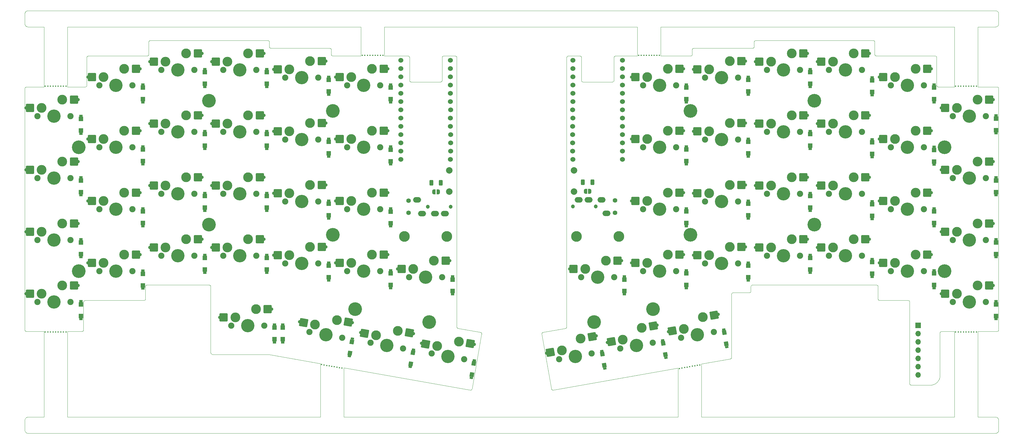
<source format=gbs>
G04 #@! TF.GenerationSoftware,KiCad,Pcbnew,7.0.6*
G04 #@! TF.CreationDate,2024-01-13T20:54:37+09:00*
G04 #@! TF.ProjectId,SumNight57,53756d4e-6967-4687-9435-372e6b696361,rev?*
G04 #@! TF.SameCoordinates,Original*
G04 #@! TF.FileFunction,Soldermask,Bot*
G04 #@! TF.FilePolarity,Negative*
%FSLAX46Y46*%
G04 Gerber Fmt 4.6, Leading zero omitted, Abs format (unit mm)*
G04 Created by KiCad (PCBNEW 7.0.6) date 2024-01-13 20:54:37*
%MOMM*%
%LPD*%
G01*
G04 APERTURE LIST*
G04 Aperture macros list*
%AMRoundRect*
0 Rectangle with rounded corners*
0 $1 Rounding radius*
0 $2 $3 $4 $5 $6 $7 $8 $9 X,Y pos of 4 corners*
0 Add a 4 corners polygon primitive as box body*
4,1,4,$2,$3,$4,$5,$6,$7,$8,$9,$2,$3,0*
0 Add four circle primitives for the rounded corners*
1,1,$1+$1,$2,$3*
1,1,$1+$1,$4,$5*
1,1,$1+$1,$6,$7*
1,1,$1+$1,$8,$9*
0 Add four rect primitives between the rounded corners*
20,1,$1+$1,$2,$3,$4,$5,0*
20,1,$1+$1,$4,$5,$6,$7,0*
20,1,$1+$1,$6,$7,$8,$9,0*
20,1,$1+$1,$8,$9,$2,$3,0*%
%AMFreePoly0*
4,1,5,0.300000,-0.500000,-0.300000,-0.500000,-0.300000,0.500000,0.300000,0.500000,0.300000,-0.500000,0.300000,-0.500000,$1*%
%AMFreePoly1*
4,1,5,0.700000,-0.650000,-0.700000,-0.650000,-0.700000,0.650000,0.700000,0.650000,0.700000,-0.650000,0.700000,-0.650000,$1*%
%AMFreePoly2*
4,1,19,0.500000,-0.750000,0.000000,-0.750000,0.000000,-0.744911,-0.071157,-0.744911,-0.207708,-0.704816,-0.327430,-0.627875,-0.420627,-0.520320,-0.479746,-0.390866,-0.500000,-0.250000,-0.500000,0.250000,-0.479746,0.390866,-0.420627,0.520320,-0.327430,0.627875,-0.207708,0.704816,-0.071157,0.744911,0.000000,0.744911,0.000000,0.750000,0.500000,0.750000,0.500000,-0.750000,0.500000,-0.750000,
$1*%
%AMFreePoly3*
4,1,19,0.000000,0.744911,0.071157,0.744911,0.207708,0.704816,0.327430,0.627875,0.420627,0.520320,0.479746,0.390866,0.500000,0.250000,0.500000,-0.250000,0.479746,-0.390866,0.420627,-0.520320,0.327430,-0.627875,0.207708,-0.704816,0.071157,-0.744911,0.000000,-0.744911,0.000000,-0.750000,-0.500000,-0.750000,-0.500000,0.750000,0.000000,0.750000,0.000000,0.744911,0.000000,0.744911,
$1*%
G04 Aperture macros list end*
%ADD10C,4.200000*%
%ADD11R,1.700000X1.700000*%
%ADD12O,1.700000X1.700000*%
%ADD13C,1.397000*%
%ADD14C,3.300000*%
%ADD15C,1.200000*%
%ADD16O,2.500000X1.700000*%
%ADD17C,0.450000*%
%ADD18C,1.524000*%
%ADD19C,2.000000*%
%ADD20C,1.900000*%
%ADD21C,3.000000*%
%ADD22C,4.100000*%
%ADD23C,1.000000*%
%ADD24RoundRect,0.250000X1.025000X1.000000X-1.025000X1.000000X-1.025000X-1.000000X1.025000X-1.000000X0*%
%ADD25RoundRect,0.250000X-1.025000X-1.000000X1.025000X-1.000000X1.025000X1.000000X-1.025000X1.000000X0*%
%ADD26FreePoly0,90.000000*%
%ADD27FreePoly1,270.000000*%
%ADD28RoundRect,0.250000X0.312500X0.625000X-0.312500X0.625000X-0.312500X-0.625000X0.312500X-0.625000X0*%
%ADD29FreePoly0,80.000000*%
%ADD30FreePoly1,260.000000*%
%ADD31RoundRect,0.250000X1.183076X0.806818X-0.835780X1.162797X-1.183076X-0.806818X0.835780X-1.162797X0*%
%ADD32RoundRect,0.250000X-1.183076X-0.806818X0.835780X-1.162797X1.183076X0.806818X-0.835780X1.162797X0*%
%ADD33FreePoly0,100.000000*%
%ADD34FreePoly1,280.000000*%
%ADD35FreePoly2,180.000000*%
%ADD36FreePoly3,180.000000*%
%ADD37RoundRect,0.250000X0.835780X1.162797X-1.183076X0.806818X-0.835780X-1.162797X1.183076X-0.806818X0*%
%ADD38RoundRect,0.250000X-0.835780X-1.162797X1.183076X-0.806818X0.835780X1.162797X-1.183076X0.806818X0*%
%ADD39RoundRect,0.250000X-0.312500X-0.625000X0.312500X-0.625000X0.312500X0.625000X-0.312500X0.625000X0*%
%ADD40FreePoly2,0.000000*%
%ADD41FreePoly3,0.000000*%
G04 #@! TA.AperFunction,Profile*
%ADD42C,0.105833*%
G04 #@! TD*
G04 APERTURE END LIST*
D10*
X64479974Y-110886144D03*
D11*
X282615974Y-141913644D03*
D12*
X282615974Y-144453644D03*
X282615974Y-146993644D03*
X282615974Y-149533644D03*
X282615974Y-152073644D03*
X282615974Y-154613644D03*
X282615974Y-157153644D03*
D13*
X125894974Y-103479894D03*
D10*
X102579974Y-75938644D03*
D13*
X189355974Y-103429894D03*
D14*
X177479974Y-114529894D03*
D10*
X290684974Y-125173644D03*
D14*
X190529974Y-114529894D03*
D15*
X176415974Y-105329894D03*
X183415974Y-105329894D03*
D16*
X181215974Y-103229894D03*
X178215974Y-103229894D03*
X186715974Y-107429894D03*
X185215974Y-103229894D03*
D17*
X294129974Y-143923644D03*
X294929974Y-143923644D03*
X295729974Y-143923644D03*
X296529974Y-143923644D03*
X297329974Y-143923644D03*
X298129974Y-143923644D03*
X298929974Y-143923644D03*
X299729974Y-143923644D03*
X300529974Y-143923644D03*
D10*
X201027718Y-136883256D03*
D14*
X137679974Y-114529894D03*
D10*
X24474974Y-87073644D03*
D17*
X14129974Y-143923644D03*
X14929974Y-143923644D03*
X15729974Y-143923644D03*
X16529974Y-143923644D03*
X17329974Y-143923644D03*
X18129974Y-143923644D03*
X18929974Y-143923644D03*
X19729974Y-143923644D03*
X20529974Y-143923644D03*
X14129974Y-68323644D03*
X14929974Y-68323644D03*
X15729974Y-68323644D03*
X16529974Y-68323644D03*
X17329974Y-68323644D03*
X18129974Y-68323644D03*
X18929974Y-68323644D03*
X19729974Y-68323644D03*
X20529974Y-68323644D03*
D18*
X138774974Y-62919894D03*
X138774974Y-65459894D03*
X138774974Y-67999894D03*
X138774974Y-70539894D03*
X138774974Y-73079894D03*
X138784974Y-75619894D03*
X138774974Y-78159894D03*
X138774974Y-80699894D03*
X138784974Y-83239894D03*
X138784974Y-85779894D03*
X138784974Y-88319894D03*
X138774974Y-90859894D03*
X123534974Y-90859894D03*
X123524974Y-88319894D03*
X123524974Y-85779894D03*
X123524974Y-83239894D03*
X123524974Y-80699894D03*
X123534974Y-78159894D03*
X123524974Y-75619894D03*
X123534974Y-73079894D03*
X123534974Y-70539894D03*
X123534974Y-67999894D03*
X123534974Y-65459894D03*
X123534974Y-62919894D03*
X123534974Y-60379894D03*
X138774974Y-60379894D03*
D13*
X189355974Y-107229895D03*
D17*
X111629974Y-58798644D03*
X112429974Y-58798644D03*
X113229974Y-58798644D03*
X114029974Y-58798644D03*
X114829974Y-58798644D03*
X115629974Y-58798644D03*
X116429974Y-58798644D03*
X117229974Y-58798644D03*
X118029974Y-58798644D03*
D10*
X212579974Y-114038644D03*
D18*
X191624974Y-62919894D03*
X191624974Y-65459894D03*
X191624974Y-67999894D03*
X191624974Y-70539894D03*
X191624974Y-73079894D03*
X191634974Y-75619894D03*
X191624974Y-78159894D03*
X191624974Y-80699894D03*
X191634974Y-83239894D03*
X191634974Y-85779894D03*
X191634974Y-88319894D03*
X191624974Y-90859894D03*
X176384974Y-90859894D03*
X176374974Y-88319894D03*
X176374974Y-85779894D03*
X176374974Y-83239894D03*
X176374974Y-80699894D03*
X176384974Y-78159894D03*
X176374974Y-75619894D03*
X176384974Y-73079894D03*
X176384974Y-70539894D03*
X176384974Y-67999894D03*
X176384974Y-65459894D03*
X176384974Y-62919894D03*
X176384974Y-60379894D03*
X191624974Y-60379894D03*
D17*
X209183513Y-155135062D03*
X209971359Y-154996143D03*
X210759205Y-154857225D03*
X211547051Y-154718306D03*
X212334897Y-154579387D03*
X213122744Y-154440469D03*
X213910590Y-154301550D03*
X214698436Y-154162632D03*
X215486282Y-154023713D03*
D10*
X290684974Y-87073644D03*
D17*
X196629974Y-58798644D03*
X197429974Y-58798644D03*
X198229974Y-58798644D03*
X199029974Y-58798644D03*
X199829974Y-58798644D03*
X200629974Y-58798644D03*
X201429974Y-58798644D03*
X202229974Y-58798644D03*
X203029974Y-58798644D03*
D10*
X102579974Y-114038644D03*
X250679974Y-110886144D03*
X109441833Y-136883007D03*
X24474974Y-125173644D03*
D15*
X138834974Y-105379894D03*
X131834974Y-105379894D03*
D16*
X134034974Y-107479894D03*
X137034974Y-107479894D03*
X128534974Y-103279894D03*
X130034974Y-107479894D03*
D10*
X250679974Y-72786144D03*
X64479974Y-72786144D03*
X182963317Y-140895665D03*
D17*
X99114393Y-153916214D03*
X99902239Y-154055133D03*
X100690085Y-154194051D03*
X101477931Y-154332970D03*
X102265778Y-154471888D03*
X103053624Y-154610807D03*
X103841470Y-154749726D03*
X104629316Y-154888644D03*
X105417162Y-155027563D03*
D19*
X176715974Y-94229894D03*
X176715974Y-100729894D03*
D10*
X132195675Y-140895414D03*
D14*
X124629974Y-114529894D03*
D17*
X294129974Y-68323644D03*
X294929974Y-68323644D03*
X295729974Y-68323644D03*
X296529974Y-68323644D03*
X297329974Y-68323644D03*
X298129974Y-68323644D03*
X298929974Y-68323644D03*
X299729974Y-68323644D03*
X300529974Y-68323644D03*
D13*
X125894974Y-107279894D03*
D10*
X212579974Y-75938644D03*
D19*
X138434974Y-94229894D03*
X138434974Y-100729894D03*
D20*
X68924974Y-120411144D03*
D21*
X70194974Y-117871144D03*
D22*
X74004974Y-120411144D03*
D21*
X76544974Y-115331144D03*
D20*
X79084974Y-120411144D03*
D23*
X65369974Y-117871144D03*
D24*
X66619974Y-117871144D03*
D25*
X80119974Y-115331144D03*
D23*
X81394974Y-115331144D03*
D20*
X197974974Y-106123644D03*
D21*
X199244974Y-103583644D03*
D22*
X203054974Y-106123644D03*
D21*
X205594974Y-101043644D03*
D20*
X208134974Y-106123644D03*
D23*
X194419974Y-103583644D03*
D24*
X195669974Y-103583644D03*
D25*
X209169974Y-101043644D03*
D23*
X210444974Y-101043644D03*
D26*
X230367474Y-70892394D03*
D27*
X230367474Y-69917394D03*
X230367474Y-66367394D03*
D26*
X230367474Y-65392394D03*
X120367474Y-73273644D03*
D27*
X120367474Y-72298644D03*
X120367474Y-68748644D03*
D26*
X120367474Y-67773644D03*
D20*
X236074974Y-101361144D03*
D21*
X237344974Y-98821144D03*
D22*
X241154974Y-101361144D03*
D21*
X243694974Y-96281144D03*
D20*
X246234974Y-101361144D03*
D23*
X232519974Y-98821144D03*
D24*
X233769974Y-98821144D03*
D25*
X247269974Y-96281144D03*
D23*
X248544974Y-96281144D03*
D20*
X293224974Y-77548644D03*
D21*
X294494974Y-75008644D03*
D22*
X298304974Y-77548644D03*
D21*
X300844974Y-72468644D03*
D20*
X303384974Y-77548644D03*
D23*
X289669974Y-75008644D03*
D24*
X290919974Y-75008644D03*
D25*
X304419974Y-72468644D03*
D23*
X305694974Y-72468644D03*
D28*
X135791474Y-97986894D03*
X132866474Y-97986894D03*
D29*
X126421045Y-154700020D03*
D30*
X126590351Y-153739833D03*
X127206803Y-150243765D03*
D29*
X127376109Y-149283578D03*
D20*
X95432658Y-143904989D03*
D21*
X97124430Y-141624111D03*
D22*
X100435481Y-144787122D03*
D21*
X103819025Y-140225365D03*
D20*
X105438304Y-145669255D03*
D23*
X92372732Y-140786258D03*
D31*
X93603742Y-141003319D03*
D32*
X107339713Y-140846157D03*
D23*
X108595343Y-141067559D03*
D26*
X25117474Y-82928644D03*
D27*
X25117474Y-81953644D03*
X25117474Y-78403644D03*
D26*
X25117474Y-77428644D03*
X120367474Y-130423644D03*
D27*
X120367474Y-129448644D03*
X120367474Y-125898644D03*
D26*
X120367474Y-124923644D03*
D33*
X223772865Y-148522843D03*
D34*
X223603559Y-147562656D03*
X222987107Y-144066588D03*
D33*
X222817801Y-143106401D03*
D20*
X49874974Y-63261144D03*
D21*
X51144974Y-60721144D03*
D22*
X54954974Y-63261144D03*
D21*
X57494974Y-58181144D03*
D20*
X60034974Y-63261144D03*
D23*
X46319974Y-60721144D03*
D24*
X47569974Y-60721144D03*
D25*
X61069974Y-58181144D03*
D23*
X62344974Y-58181144D03*
D20*
X126074974Y-127054894D03*
D21*
X127344974Y-124514894D03*
D22*
X131154974Y-127054894D03*
D21*
X133694974Y-121974894D03*
D20*
X136234974Y-127054894D03*
D23*
X122519974Y-124514894D03*
D24*
X123769974Y-124514894D03*
D25*
X137269974Y-121974894D03*
D23*
X138544974Y-121974894D03*
D20*
X71305974Y-141977644D03*
D21*
X72575974Y-139437644D03*
D22*
X76385974Y-141977644D03*
D21*
X78925974Y-136897644D03*
D20*
X81465974Y-141977644D03*
D23*
X67750974Y-139437644D03*
D24*
X69000974Y-139437644D03*
D25*
X82500974Y-136897644D03*
D23*
X83775974Y-136897644D03*
D26*
X230367474Y-128042394D03*
D27*
X230367474Y-127067394D03*
X230367474Y-123517394D03*
D26*
X230367474Y-122542394D03*
X25117474Y-101848644D03*
D27*
X25117474Y-100873644D03*
X25117474Y-97323644D03*
D26*
X25117474Y-96348644D03*
X87188474Y-147092394D03*
D27*
X87188474Y-146117394D03*
X87188474Y-142567394D03*
D26*
X87188474Y-141592394D03*
D20*
X30824974Y-125173644D03*
D21*
X32094974Y-122633644D03*
D22*
X35904974Y-125173644D03*
D21*
X38444974Y-120093644D03*
D20*
X40984974Y-125173644D03*
D23*
X27269974Y-122633644D03*
D24*
X28519974Y-122633644D03*
D25*
X42019974Y-120093644D03*
D23*
X43294974Y-120093644D03*
D26*
X287517474Y-130423644D03*
D27*
X287517474Y-129448644D03*
X287517474Y-125898644D03*
D26*
X287517474Y-124923644D03*
D20*
X11774974Y-77548644D03*
D21*
X13044974Y-75008644D03*
D22*
X16854974Y-77548644D03*
D21*
X19394974Y-72468644D03*
D20*
X21934974Y-77548644D03*
D23*
X8219974Y-75008644D03*
D24*
X9469974Y-75008644D03*
D25*
X22969974Y-72468644D03*
D23*
X24244974Y-72468644D03*
D20*
X30824974Y-68023644D03*
D21*
X32094974Y-65483644D03*
D22*
X35904974Y-68023644D03*
D21*
X38444974Y-62943644D03*
D20*
X40984974Y-68023644D03*
D23*
X27269974Y-65483644D03*
D24*
X28519974Y-65483644D03*
D25*
X42019974Y-62943644D03*
D23*
X43294974Y-62943644D03*
D26*
X287517474Y-92453644D03*
D27*
X287517474Y-91478644D03*
X287517474Y-87928644D03*
D26*
X287517474Y-86953644D03*
X82267474Y-106611144D03*
D27*
X82267474Y-105636144D03*
X82267474Y-102086144D03*
D26*
X82267474Y-101111144D03*
X249417474Y-87561144D03*
D27*
X249417474Y-86586144D03*
X249417474Y-83036144D03*
D26*
X249417474Y-82061144D03*
D20*
X274174974Y-87073644D03*
D21*
X275444974Y-84533644D03*
D22*
X279254974Y-87073644D03*
D21*
X281794974Y-81993644D03*
D20*
X284334974Y-87073644D03*
D23*
X270619974Y-84533644D03*
D24*
X271869974Y-84533644D03*
D25*
X285369974Y-81993644D03*
D23*
X286644974Y-81993644D03*
D20*
X217024974Y-103742394D03*
D21*
X218294974Y-101202394D03*
D22*
X222104974Y-103742394D03*
D21*
X224644974Y-98662394D03*
D20*
X227184974Y-103742394D03*
D23*
X213469974Y-101202394D03*
D24*
X214719974Y-101202394D03*
D25*
X228219974Y-98662394D03*
D23*
X229494974Y-98662394D03*
D35*
X181587974Y-100669894D03*
D36*
X180287974Y-100669894D03*
D26*
X101317474Y-70892394D03*
D27*
X101317474Y-69917394D03*
X101317474Y-66367394D03*
D26*
X101317474Y-65392394D03*
X249417474Y-68511144D03*
D27*
X249417474Y-67536144D03*
X249417474Y-63986144D03*
D26*
X249417474Y-63011144D03*
D20*
X255124974Y-120411144D03*
D21*
X256394974Y-117871144D03*
D22*
X260204974Y-120411144D03*
D21*
X262744974Y-115331144D03*
D20*
X265284974Y-120411144D03*
D23*
X251569974Y-117871144D03*
D24*
X252819974Y-117871144D03*
D25*
X266319974Y-115331144D03*
D23*
X267594974Y-115331144D03*
D26*
X63217474Y-106611144D03*
D27*
X63217474Y-105636144D03*
X63217474Y-102086144D03*
D26*
X63217474Y-101111144D03*
X63217474Y-87561144D03*
D27*
X63217474Y-86586144D03*
X63217474Y-83036144D03*
D26*
X63217474Y-82061144D03*
X287517474Y-111373644D03*
D27*
X287517474Y-110398644D03*
X287517474Y-106848644D03*
D26*
X287517474Y-105873644D03*
D29*
X145182077Y-158008132D03*
D30*
X145351383Y-157047945D03*
X145967835Y-153551877D03*
D29*
X146137141Y-152591690D03*
D20*
X49874974Y-82311144D03*
D21*
X51144974Y-79771144D03*
D22*
X54954974Y-82311144D03*
D21*
X57494974Y-77231144D03*
D20*
X60034974Y-82311144D03*
D23*
X46319974Y-79771144D03*
D24*
X47569974Y-79771144D03*
D25*
X61069974Y-77231144D03*
D23*
X62344974Y-77231144D03*
D20*
X236074974Y-82311144D03*
D21*
X237344974Y-79771144D03*
D22*
X241154974Y-82311144D03*
D21*
X243694974Y-77231144D03*
D20*
X246234974Y-82311144D03*
D23*
X232519974Y-79771144D03*
D24*
X233769974Y-79771144D03*
D25*
X247269974Y-77231144D03*
D23*
X248544974Y-77231144D03*
D20*
X197974974Y-125173644D03*
D21*
X199244974Y-122633644D03*
D22*
X203054974Y-125173644D03*
D21*
X205594974Y-120093644D03*
D20*
X208134974Y-125173644D03*
D23*
X194419974Y-122633644D03*
D24*
X195669974Y-122633644D03*
D25*
X209169974Y-120093644D03*
D23*
X210444974Y-120093644D03*
D20*
X107024974Y-125173644D03*
D21*
X108294974Y-122633644D03*
D22*
X112104974Y-125173644D03*
D21*
X114644974Y-120093644D03*
D20*
X117184974Y-125173644D03*
D23*
X103469974Y-122633644D03*
D24*
X104719974Y-122633644D03*
D25*
X118219974Y-120093644D03*
D23*
X119494974Y-120093644D03*
D20*
X107024974Y-87073644D03*
D21*
X108294974Y-84533644D03*
D22*
X112104974Y-87073644D03*
D21*
X114644974Y-81993644D03*
D20*
X117184974Y-87073644D03*
D23*
X103469974Y-84533644D03*
D24*
X104719974Y-84533644D03*
D25*
X118219974Y-81993644D03*
D23*
X119494974Y-81993644D03*
D26*
X230367474Y-89942394D03*
D27*
X230367474Y-88967394D03*
X230367474Y-85417394D03*
D26*
X230367474Y-84442394D03*
X25117474Y-120898644D03*
D27*
X25117474Y-119923644D03*
X25117474Y-116373644D03*
D26*
X25117474Y-115398644D03*
X44167474Y-130553644D03*
D27*
X44167474Y-129578644D03*
X44167474Y-126028644D03*
D26*
X44167474Y-125053644D03*
D20*
X293224974Y-134698644D03*
D21*
X294494974Y-132158644D03*
D22*
X298304974Y-134698644D03*
D21*
X300844974Y-129618644D03*
D20*
X303384974Y-134698644D03*
D23*
X289669974Y-132158644D03*
D24*
X290919974Y-132158644D03*
D25*
X304419974Y-129618644D03*
D23*
X305694974Y-129618644D03*
D26*
X25117474Y-139948644D03*
D27*
X25117474Y-138973644D03*
X25117474Y-135423644D03*
D26*
X25117474Y-134448644D03*
D20*
X274174974Y-68023644D03*
D21*
X275444974Y-65483644D03*
D22*
X279254974Y-68023644D03*
D21*
X281794974Y-62943644D03*
D20*
X284334974Y-68023644D03*
D23*
X270619974Y-65483644D03*
D24*
X271869974Y-65483644D03*
D25*
X285369974Y-62943644D03*
D23*
X286644974Y-62943644D03*
D20*
X236074974Y-120411144D03*
D21*
X237344974Y-117871144D03*
D22*
X241154974Y-120411144D03*
D21*
X243694974Y-115331144D03*
D20*
X246234974Y-120411144D03*
D23*
X232519974Y-117871144D03*
D24*
X233769974Y-117871144D03*
D25*
X247269974Y-115331144D03*
D23*
X248544974Y-115331144D03*
D20*
X49874974Y-120411144D03*
D21*
X51144974Y-117871144D03*
D22*
X54954974Y-120411144D03*
D21*
X57494974Y-115331144D03*
D20*
X60034974Y-120411144D03*
D23*
X46319974Y-117871144D03*
D24*
X47569974Y-117871144D03*
D25*
X61069974Y-115331144D03*
D23*
X62344974Y-115331144D03*
D26*
X211317474Y-130423644D03*
D27*
X211317474Y-129448644D03*
X211317474Y-125898644D03*
D26*
X211317474Y-124923644D03*
D20*
X209721416Y-145669503D03*
D21*
X210531055Y-142947558D03*
D22*
X214724239Y-144787370D03*
D21*
X216343518Y-139343480D03*
D20*
X219727062Y-143905237D03*
D23*
X205779358Y-143785410D03*
D37*
X207010367Y-143568350D03*
D38*
X219864206Y-138722688D03*
D23*
X221119836Y-138501287D03*
D20*
X274174974Y-125173644D03*
D21*
X275444974Y-122633644D03*
D22*
X279254974Y-125173644D03*
D21*
X281794974Y-120093644D03*
D20*
X284334974Y-125173644D03*
D23*
X270619974Y-122633644D03*
D24*
X271869974Y-122633644D03*
D25*
X285369974Y-120093644D03*
D23*
X286644974Y-120093644D03*
D20*
X197974974Y-87073644D03*
D21*
X199244974Y-84533644D03*
D22*
X203054974Y-87073644D03*
D21*
X205594974Y-81993644D03*
D20*
X208134974Y-87073644D03*
D23*
X194419974Y-84533644D03*
D24*
X195669974Y-84533644D03*
D25*
X209169974Y-81993644D03*
D23*
X210444974Y-81993644D03*
D20*
X217024974Y-84692394D03*
D21*
X218294974Y-82152394D03*
D22*
X222104974Y-84692394D03*
D21*
X224644974Y-79612394D03*
D20*
X227184974Y-84692394D03*
D23*
X213469974Y-82152394D03*
D24*
X214719974Y-82152394D03*
D25*
X228219974Y-79612394D03*
D23*
X229494974Y-79612394D03*
D26*
X306567474Y-82798644D03*
D27*
X306567474Y-81823644D03*
X306567474Y-78273644D03*
D26*
X306567474Y-77298644D03*
X63217474Y-125661144D03*
D27*
X63217474Y-124686144D03*
X63217474Y-121136144D03*
D26*
X63217474Y-120161144D03*
D20*
X87974974Y-103742394D03*
D21*
X89244974Y-101202394D03*
D22*
X93054974Y-103742394D03*
D21*
X95594974Y-98662394D03*
D20*
X98134974Y-103742394D03*
D23*
X84419974Y-101202394D03*
D24*
X85669974Y-101202394D03*
D25*
X99169974Y-98662394D03*
D23*
X100444974Y-98662394D03*
D20*
X293224974Y-115648644D03*
D21*
X294494974Y-113108644D03*
D22*
X298304974Y-115648644D03*
D21*
X300844974Y-110568644D03*
D20*
X303384974Y-115648644D03*
D23*
X289669974Y-113108644D03*
D24*
X290919974Y-113108644D03*
D25*
X304419974Y-110568644D03*
D23*
X305694974Y-110568644D03*
D20*
X236074974Y-63261144D03*
D21*
X237344974Y-60721144D03*
D22*
X241154974Y-63261144D03*
D21*
X243694974Y-58181144D03*
D20*
X246234974Y-63261144D03*
D23*
X232519974Y-60721144D03*
D24*
X233769974Y-60721144D03*
D25*
X247269974Y-58181144D03*
D23*
X248544974Y-58181144D03*
D20*
X87974974Y-65642394D03*
D21*
X89244974Y-63102394D03*
D22*
X93054974Y-65642394D03*
D21*
X95594974Y-60562394D03*
D20*
X98134974Y-65642394D03*
D23*
X84419974Y-63102394D03*
D24*
X85669974Y-63102394D03*
D25*
X99169974Y-60562394D03*
D23*
X100444974Y-60562394D03*
D20*
X255124974Y-101361144D03*
D21*
X256394974Y-98821144D03*
D22*
X260204974Y-101361144D03*
D21*
X262744974Y-96281144D03*
D20*
X265284974Y-101361144D03*
D23*
X251569974Y-98821144D03*
D24*
X252819974Y-98821144D03*
D25*
X266319974Y-96281144D03*
D23*
X267594974Y-96281144D03*
D20*
X11774974Y-134698644D03*
D21*
X13044974Y-132158644D03*
D22*
X16854974Y-134698644D03*
D21*
X19394974Y-129618644D03*
D20*
X21934974Y-134698644D03*
D23*
X8219974Y-132158644D03*
D24*
X9469974Y-132158644D03*
D25*
X22969974Y-129618644D03*
D23*
X24244974Y-129618644D03*
D26*
X101317474Y-108992394D03*
D27*
X101317474Y-108017394D03*
X101317474Y-104467394D03*
D26*
X101317474Y-103492394D03*
X82267474Y-87561144D03*
D27*
X82267474Y-86586144D03*
X82267474Y-83036144D03*
D26*
X82267474Y-82061144D03*
D20*
X107024974Y-106123644D03*
D21*
X108294974Y-103583644D03*
D22*
X112104974Y-106123644D03*
D21*
X114644974Y-101043644D03*
D20*
X117184974Y-106123644D03*
D23*
X103469974Y-103583644D03*
D24*
X104719974Y-103583644D03*
D25*
X118219974Y-101043644D03*
D23*
X119494974Y-101043644D03*
D26*
X44167474Y-73273644D03*
D27*
X44167474Y-72298644D03*
X44167474Y-68748644D03*
D26*
X44167474Y-67773644D03*
D20*
X293224974Y-96598644D03*
D21*
X294494974Y-94058644D03*
D22*
X298304974Y-96598644D03*
D21*
X300844974Y-91518644D03*
D20*
X303384974Y-96598644D03*
D23*
X289669974Y-94058644D03*
D24*
X290919974Y-94058644D03*
D25*
X304419974Y-91518644D03*
D23*
X305694974Y-91518644D03*
D20*
X30824974Y-87073644D03*
D21*
X32094974Y-84533644D03*
D22*
X35904974Y-87073644D03*
D21*
X38444974Y-81993644D03*
D20*
X40984974Y-87073644D03*
D23*
X27269974Y-84533644D03*
D24*
X28519974Y-84533644D03*
D25*
X42019974Y-81993644D03*
D23*
X43294974Y-81993644D03*
D26*
X306567474Y-101848644D03*
D27*
X306567474Y-100873644D03*
X306567474Y-97323644D03*
D26*
X306567474Y-96348644D03*
X82267474Y-68511144D03*
D27*
X82267474Y-67536144D03*
X82267474Y-63986144D03*
D26*
X82267474Y-63011144D03*
D20*
X274174974Y-106123644D03*
D21*
X275444974Y-103583644D03*
D22*
X279254974Y-106123644D03*
D21*
X281794974Y-101043644D03*
D20*
X284334974Y-106123644D03*
D23*
X270619974Y-103583644D03*
D24*
X271869974Y-103583644D03*
D25*
X285369974Y-101043644D03*
D23*
X286644974Y-101043644D03*
D39*
X179475474Y-97859894D03*
X182400474Y-97859894D03*
D26*
X230367474Y-108992394D03*
D27*
X230367474Y-108017394D03*
X230367474Y-104467394D03*
D26*
X230367474Y-103492394D03*
X306567474Y-139948644D03*
D27*
X306567474Y-138973644D03*
X306567474Y-135423644D03*
D26*
X306567474Y-134448644D03*
D20*
X87974974Y-122792394D03*
D21*
X89244974Y-120252394D03*
D22*
X93054974Y-122792394D03*
D21*
X95594974Y-117712394D03*
D20*
X98134974Y-122792394D03*
D23*
X84419974Y-120252394D03*
D24*
X85669974Y-120252394D03*
D25*
X99169974Y-117712394D03*
D23*
X100444974Y-117712394D03*
D26*
X211317474Y-92323644D03*
D27*
X211317474Y-91348644D03*
X211317474Y-87798644D03*
D26*
X211317474Y-86823644D03*
X101317474Y-89942394D03*
D27*
X101317474Y-88967394D03*
X101317474Y-85417394D03*
D26*
X101317474Y-84442394D03*
X63217474Y-68511144D03*
D27*
X63217474Y-67536144D03*
X63217474Y-63986144D03*
D26*
X63217474Y-63011144D03*
X287517474Y-73273644D03*
D27*
X287517474Y-72298644D03*
X287517474Y-68748644D03*
D26*
X287517474Y-67773644D03*
D20*
X255124974Y-63261144D03*
D21*
X256394974Y-60721144D03*
D22*
X260204974Y-63261144D03*
D21*
X262744974Y-58181144D03*
D20*
X265284974Y-63261144D03*
D23*
X251569974Y-60721144D03*
D24*
X252819974Y-60721144D03*
D25*
X266319974Y-58181144D03*
D23*
X267594974Y-58181144D03*
D33*
X186250863Y-155138848D03*
D34*
X186081557Y-154178661D03*
X185465105Y-150682593D03*
D33*
X185295799Y-149722406D03*
D20*
X114192900Y-147212879D03*
D21*
X115884672Y-144932001D03*
D22*
X119195723Y-148095012D03*
D21*
X122579267Y-143533255D03*
D20*
X124198546Y-148977145D03*
D23*
X111132974Y-144094148D03*
D31*
X112363984Y-144311209D03*
D32*
X126099955Y-144154047D03*
D23*
X127355585Y-144375449D03*
D26*
X139417474Y-132304894D03*
D27*
X139417474Y-131329894D03*
X139417474Y-127779894D03*
D26*
X139417474Y-126804894D03*
D20*
X217024974Y-122792394D03*
D21*
X218294974Y-120252394D03*
D22*
X222104974Y-122792394D03*
D21*
X224644974Y-117712394D03*
D20*
X227184974Y-122792394D03*
D23*
X213469974Y-120252394D03*
D24*
X214719974Y-120252394D03*
D25*
X228219974Y-117712394D03*
D23*
X229494974Y-117712394D03*
D26*
X44167474Y-111373644D03*
D27*
X44167474Y-110398644D03*
X44167474Y-106848644D03*
D26*
X44167474Y-105873644D03*
X82267474Y-125661144D03*
D27*
X82267474Y-124686144D03*
X82267474Y-121136144D03*
D26*
X82267474Y-120161144D03*
D20*
X217024974Y-65642394D03*
D21*
X218294974Y-63102394D03*
D22*
X222104974Y-65642394D03*
D21*
X224644974Y-60562394D03*
D20*
X227184974Y-65642394D03*
D23*
X213469974Y-63102394D03*
D24*
X214719974Y-63102394D03*
D25*
X228219974Y-60562394D03*
D23*
X229494974Y-60562394D03*
D29*
X107660803Y-151392131D03*
D30*
X107830109Y-150431944D03*
X108446561Y-146935876D03*
D29*
X108615867Y-145975689D03*
D20*
X68924974Y-101361144D03*
D21*
X70194974Y-98821144D03*
D22*
X74004974Y-101361144D03*
D21*
X76544974Y-96281144D03*
D20*
X79084974Y-101361144D03*
D23*
X65369974Y-98821144D03*
D24*
X66619974Y-98821144D03*
D25*
X80119974Y-96281144D03*
D23*
X81394974Y-96281144D03*
D20*
X11774974Y-96598644D03*
D21*
X13044974Y-94058644D03*
D22*
X16854974Y-96598644D03*
D21*
X19394974Y-91518644D03*
D20*
X21934974Y-96598644D03*
D23*
X8219974Y-94058644D03*
D24*
X9469974Y-94058644D03*
D25*
X22969974Y-91518644D03*
D23*
X24244974Y-91518644D03*
D26*
X306567474Y-120898644D03*
D27*
X306567474Y-119923644D03*
X306567474Y-116373644D03*
D26*
X306567474Y-115398644D03*
X84648474Y-147092394D03*
D27*
X84648474Y-146117394D03*
X84648474Y-142567394D03*
D26*
X84648474Y-141592394D03*
D20*
X178924974Y-127054894D03*
D21*
X180194974Y-124514894D03*
D22*
X184004974Y-127054894D03*
D21*
X186544974Y-121974894D03*
D20*
X189084974Y-127054894D03*
D23*
X175369974Y-124514894D03*
D24*
X176619974Y-124514894D03*
D25*
X190119974Y-121974894D03*
D23*
X191394974Y-121974894D03*
D26*
X268467474Y-71051144D03*
D27*
X268467474Y-70076144D03*
X268467474Y-66526144D03*
D26*
X268467474Y-65551144D03*
D20*
X68924974Y-82311144D03*
D21*
X70194974Y-79771144D03*
D22*
X74004974Y-82311144D03*
D21*
X76544974Y-77231144D03*
D20*
X79084974Y-82311144D03*
D23*
X65369974Y-79771144D03*
D24*
X66619974Y-79771144D03*
D25*
X80119974Y-77231144D03*
D23*
X81394974Y-77231144D03*
D20*
X87974974Y-84692394D03*
D21*
X89244974Y-82152394D03*
D22*
X93054974Y-84692394D03*
D21*
X95594974Y-79612394D03*
D20*
X98134974Y-84692394D03*
D23*
X84419974Y-82152394D03*
D24*
X85669974Y-82152394D03*
D25*
X99169974Y-79612394D03*
D23*
X100444974Y-79612394D03*
D20*
X49874974Y-101361144D03*
D21*
X51144974Y-98821144D03*
D22*
X54954974Y-101361144D03*
D21*
X57494974Y-96281144D03*
D20*
X60034974Y-101361144D03*
D23*
X46319974Y-98821144D03*
D24*
X47569974Y-98821144D03*
D25*
X61069974Y-96281144D03*
D23*
X62344974Y-96281144D03*
D33*
X205011895Y-151830735D03*
D34*
X204842589Y-150870548D03*
X204226137Y-147374480D03*
D33*
X204056831Y-146414293D03*
D20*
X30824974Y-106123644D03*
D21*
X32094974Y-103583644D03*
D22*
X35904974Y-106123644D03*
D21*
X38444974Y-101043644D03*
D20*
X40984974Y-106123644D03*
D23*
X27269974Y-103583644D03*
D24*
X28519974Y-103583644D03*
D25*
X42019974Y-101043644D03*
D23*
X43294974Y-101043644D03*
D26*
X268467474Y-90101144D03*
D27*
X268467474Y-89126144D03*
X268467474Y-85576144D03*
D26*
X268467474Y-84601144D03*
D40*
X133678974Y-100796894D03*
D41*
X134978974Y-100796894D03*
D26*
X120367474Y-92377394D03*
D27*
X120367474Y-91402394D03*
X120367474Y-87852394D03*
D26*
X120367474Y-86877394D03*
X211317474Y-73273644D03*
D27*
X211317474Y-72298644D03*
X211317474Y-68748644D03*
D26*
X211317474Y-67773644D03*
D20*
X11774974Y-115648644D03*
D21*
X13044974Y-113108644D03*
D22*
X16854974Y-115648644D03*
D21*
X19394974Y-110568644D03*
D20*
X21934974Y-115648644D03*
D23*
X8219974Y-113108644D03*
D24*
X9469974Y-113108644D03*
D25*
X22969974Y-110568644D03*
D23*
X24244974Y-110568644D03*
D20*
X255124974Y-82311144D03*
D21*
X256394974Y-79771144D03*
D22*
X260204974Y-82311144D03*
D21*
X262744974Y-77231144D03*
D20*
X265284974Y-82311144D03*
D23*
X251569974Y-79771144D03*
D24*
X252819974Y-79771144D03*
D25*
X266319974Y-77231144D03*
D23*
X267594974Y-77231144D03*
D26*
X192267474Y-132304894D03*
D27*
X192267474Y-131329894D03*
X192267474Y-127779894D03*
D26*
X192267474Y-126804894D03*
X268467474Y-109151144D03*
D27*
X268467474Y-108176144D03*
X268467474Y-104626144D03*
D26*
X268467474Y-103651144D03*
X249417474Y-106611144D03*
D27*
X249417474Y-105636144D03*
X249417474Y-102086144D03*
D26*
X249417474Y-101111144D03*
X44167474Y-92323644D03*
D27*
X44167474Y-91348644D03*
X44167474Y-87798644D03*
D26*
X44167474Y-86823644D03*
X268467474Y-126931144D03*
D27*
X268467474Y-125956144D03*
X268467474Y-122406144D03*
D26*
X268467474Y-121431144D03*
X120367474Y-111427394D03*
D27*
X120367474Y-110452394D03*
X120367474Y-106902394D03*
D26*
X120367474Y-105927394D03*
D20*
X107024974Y-68023644D03*
D21*
X108294974Y-65483644D03*
D22*
X112104974Y-68023644D03*
D21*
X114644974Y-62943644D03*
D20*
X117184974Y-68023644D03*
D23*
X103469974Y-65483644D03*
D24*
X104719974Y-65483644D03*
D25*
X118219974Y-62943644D03*
D23*
X119494974Y-62943644D03*
D20*
X172199414Y-152285508D03*
D21*
X173009053Y-149563563D03*
D22*
X177202237Y-151403375D03*
D21*
X178821516Y-145959485D03*
D20*
X182205060Y-150521242D03*
D23*
X168257356Y-150401415D03*
D37*
X169488365Y-150184355D03*
D38*
X182342204Y-145338693D03*
D23*
X183597834Y-145117292D03*
D20*
X68924974Y-63261144D03*
D21*
X70194974Y-60721144D03*
D22*
X74004974Y-63261144D03*
D21*
X76544974Y-58181144D03*
D20*
X79084974Y-63261144D03*
D23*
X65369974Y-60721144D03*
D24*
X66619974Y-60721144D03*
D25*
X80119974Y-58181144D03*
D23*
X81394974Y-58181144D03*
D20*
X190960446Y-148977396D03*
D21*
X191770085Y-146255451D03*
D22*
X195963269Y-148095263D03*
D21*
X197582548Y-142651373D03*
D20*
X200966092Y-147213130D03*
D23*
X187018388Y-147093303D03*
D37*
X188249397Y-146876243D03*
D38*
X201103236Y-142030581D03*
D23*
X202358866Y-141809180D03*
D26*
X101317474Y-128042394D03*
D27*
X101317474Y-127067394D03*
X101317474Y-123517394D03*
D26*
X101317474Y-122542394D03*
X211317474Y-111373644D03*
D27*
X211317474Y-110398644D03*
X211317474Y-106848644D03*
D26*
X211317474Y-105873644D03*
D20*
X132953932Y-150520991D03*
D21*
X134645704Y-148240113D03*
D22*
X137956755Y-151403124D03*
D21*
X141340299Y-146841367D03*
D20*
X142959578Y-152285257D03*
D23*
X129894006Y-147402260D03*
D31*
X131125016Y-147619321D03*
D32*
X144860987Y-147462159D03*
D23*
X146116617Y-147683561D03*
D26*
X249417474Y-125661144D03*
D27*
X249417474Y-124686144D03*
X249417474Y-121136144D03*
D26*
X249417474Y-120161144D03*
D20*
X197974974Y-68023644D03*
D21*
X199244974Y-65483644D03*
D22*
X203054974Y-68023644D03*
D21*
X205594974Y-62943644D03*
D20*
X208134974Y-68023644D03*
D23*
X194419974Y-65483644D03*
D24*
X195669974Y-65483644D03*
D25*
X209169974Y-62943644D03*
D23*
X210444974Y-62943644D03*
D42*
X135780847Y-66987676D02*
X135805038Y-66982090D01*
X307133684Y-143637152D02*
X307113403Y-143650162D01*
X178765137Y-59056760D02*
X178786394Y-59068783D01*
X169838262Y-161439291D02*
X169830784Y-161415200D01*
X179088488Y-66733330D02*
X179100511Y-66754588D01*
X140682519Y-59349230D02*
X140689261Y-59372944D01*
X306456438Y-175053883D02*
X306405670Y-175057745D01*
X7904512Y-143439323D02*
X7894506Y-143417183D01*
X289703595Y-143732746D02*
X289679397Y-143738332D01*
X174425644Y-142568406D02*
X174436838Y-142550094D01*
X213553462Y-56619258D02*
X213578858Y-56617325D01*
X306927964Y-68528363D02*
X306952120Y-68532573D01*
X178743345Y-59045804D02*
X178765137Y-59056760D01*
X307338285Y-143347554D02*
X307331553Y-143371267D01*
X83005597Y-54518685D02*
X83015614Y-54540825D01*
X307293339Y-174402836D02*
X307275436Y-174448255D01*
X270089852Y-129564406D02*
X270071138Y-129548281D01*
X174575603Y-59241241D02*
X174588670Y-59220537D01*
X232160429Y-54659236D02*
X232164823Y-54634631D01*
X189068787Y-59305782D02*
X189078804Y-59283642D01*
X145329455Y-161528983D02*
X145316695Y-161549785D01*
X225534550Y-131845598D02*
X225511807Y-131854371D01*
X225467724Y-131875200D02*
X225446465Y-131887223D01*
X307349130Y-49158349D02*
X307343075Y-49207189D01*
X65520417Y-150828299D02*
X65498128Y-150818425D01*
X140899017Y-142694338D02*
X140916328Y-142707153D01*
X231463139Y-129473127D02*
X231440850Y-129483000D01*
X105954737Y-154919016D02*
X105954737Y-170059137D01*
X269140919Y-54418537D02*
X269156047Y-54437963D01*
X102107452Y-58549169D02*
X102110634Y-58574196D01*
X213055402Y-58714818D02*
X213065418Y-58692673D01*
X269324970Y-58754667D02*
X269338042Y-58775350D01*
X224876416Y-152156795D02*
X224855474Y-152163984D01*
X225195242Y-151776703D02*
X225190851Y-151798292D01*
X231283825Y-129599492D02*
X231267705Y-129618206D01*
X7940577Y-143502092D02*
X7927579Y-143481809D01*
X307333699Y-45857886D02*
X307342493Y-45907142D01*
X144809932Y-161770655D02*
X105954737Y-154919016D01*
X225203196Y-132316240D02*
X225203196Y-151687578D01*
X307125688Y-45423262D02*
X307155370Y-45461042D01*
X179019963Y-59399958D02*
X179024173Y-59424100D01*
X145221517Y-161658301D02*
X145202891Y-161673435D01*
X8855365Y-170059137D02*
X13755083Y-170059137D01*
X270437335Y-134084429D02*
X270418622Y-134068304D01*
X174505190Y-59473065D02*
X174507030Y-59448482D01*
X26832776Y-68282282D02*
X26844819Y-68261349D01*
X225446465Y-131887223D02*
X225425781Y-131900295D01*
X307212277Y-49572910D02*
X307186129Y-49614268D01*
X280035334Y-159979104D02*
X280024288Y-159957549D01*
X307061198Y-170351938D02*
X307095416Y-170387897D01*
X189428661Y-59010552D02*
X189453264Y-59006152D01*
X230892844Y-131756057D02*
X230871292Y-131767092D01*
X148108246Y-144054313D02*
X148129038Y-144067072D01*
X270562827Y-134159590D02*
X270540540Y-134149716D01*
X27087046Y-59112135D02*
X27105928Y-59097289D01*
X148086748Y-144042537D02*
X148108246Y-144054313D01*
X44732455Y-134113868D02*
X44711772Y-134126934D01*
X7933824Y-45670140D02*
X7953849Y-45625837D01*
X126015398Y-59127211D02*
X126033374Y-59144320D01*
X289468078Y-143852513D02*
X289450705Y-143869070D01*
X174504065Y-142321417D02*
X174504573Y-142298769D01*
X25664302Y-143650162D02*
X25643369Y-143662205D01*
X64784415Y-129520800D02*
X64764134Y-129507802D01*
X46309641Y-54257010D02*
X46333173Y-54250485D01*
X279985120Y-159841553D02*
X279980720Y-159816929D01*
X269876211Y-129450174D02*
X269852345Y-129444799D01*
X8756504Y-50054711D02*
X8707661Y-50048639D01*
X230654673Y-131816362D02*
X225703089Y-131816362D01*
X125848446Y-59027156D02*
X125871189Y-59035930D01*
X45027360Y-129676080D02*
X45015328Y-129697014D01*
X203454493Y-58998978D02*
X212604838Y-58997919D01*
X136179292Y-66523661D02*
X136179942Y-66497955D01*
X8051465Y-49654383D02*
X8023269Y-49614268D01*
X307331553Y-143371267D02*
X307323697Y-143394487D01*
X232268772Y-54417428D02*
X232284480Y-54399286D01*
X287859831Y-159806358D02*
X287734200Y-159878590D01*
X288388004Y-68300324D02*
X288402107Y-68320391D01*
X45884283Y-58754667D02*
X45896307Y-58733409D01*
X280303064Y-160210331D02*
X280280367Y-160201385D01*
X25481266Y-143716817D02*
X25456262Y-143719999D01*
X8113889Y-49730557D02*
X8081684Y-49693173D01*
X188931411Y-66795337D02*
X188945520Y-66775270D01*
X25704186Y-143623209D02*
X25684585Y-143637152D01*
X65434396Y-150782370D02*
X65414330Y-150768262D01*
X64944443Y-129697014D02*
X64932411Y-129676080D01*
X102032454Y-56857443D02*
X102044497Y-56878376D01*
X232416216Y-54295805D02*
X232437772Y-54284759D01*
X213019304Y-58777588D02*
X213032313Y-58757307D01*
X8026023Y-45500253D02*
X8053903Y-45461042D01*
X8605387Y-45090831D02*
X8653778Y-45079665D01*
X8384374Y-49941685D02*
X8341828Y-49917608D01*
X7953849Y-170625625D02*
X7975933Y-170582501D01*
X148357204Y-144472817D02*
X148357260Y-144497831D01*
X46053192Y-54437963D02*
X46068316Y-54418537D01*
X140504058Y-59097289D02*
X140522956Y-59112135D01*
X135805038Y-66982090D02*
X135828764Y-66975349D01*
X232170401Y-54610456D02*
X232177134Y-54586742D01*
X25943083Y-134506551D02*
X25934309Y-134529295D01*
X269945643Y-129473127D02*
X269922900Y-129464354D01*
X231913906Y-56544256D02*
X231934189Y-56531247D01*
X136050132Y-66833985D02*
X136065839Y-66815843D01*
X307048770Y-143683268D02*
X307026067Y-143692225D01*
X270253609Y-129910203D02*
X270251780Y-129885578D01*
X8336723Y-170203907D02*
X8378605Y-170179828D01*
X166972027Y-144161509D02*
X166988484Y-144143255D01*
X188900161Y-66833460D02*
X188916286Y-66814747D01*
X269828185Y-129440590D02*
X269803771Y-129437563D01*
X269632296Y-58982864D02*
X269656156Y-58988240D01*
X225511807Y-131854371D02*
X225489518Y-131864244D01*
X102345645Y-58925583D02*
X102366580Y-58937615D01*
X27328918Y-59003684D02*
X27353945Y-59000502D01*
X82998920Y-150871247D02*
X82998947Y-150871240D01*
X8296145Y-170229918D02*
X8336723Y-170203907D01*
X140280943Y-59003684D02*
X140305575Y-59008083D01*
X125825288Y-59019499D02*
X125848446Y-59027156D01*
X189030126Y-59474567D02*
X189032058Y-59449197D01*
X44949555Y-133771590D02*
X44945345Y-133795771D01*
X64955478Y-129718570D02*
X64944443Y-129697014D01*
X306787645Y-45157957D02*
X306830753Y-45180040D01*
X101864109Y-56689092D02*
X101884391Y-56702101D01*
X144860735Y-161776933D02*
X144835388Y-161774452D01*
X7856473Y-49109088D02*
X7855243Y-49059488D01*
X203454493Y-50059610D02*
X203454493Y-58998978D01*
X279975606Y-159766506D02*
X279974955Y-159740770D01*
X212655916Y-58995340D02*
X212680920Y-58992163D01*
X141095900Y-142786798D02*
X141118129Y-142791246D01*
X83077418Y-56265362D02*
X83085283Y-56288583D01*
X174602758Y-59200451D02*
X174617852Y-59181025D01*
X307026432Y-174799265D02*
X306990154Y-174830696D01*
X144910948Y-161778049D02*
X144885933Y-161778124D01*
X140971670Y-142741124D02*
X140991187Y-142750877D01*
X46198399Y-54306296D02*
X46219657Y-54294272D01*
X231990818Y-56486740D02*
X232008183Y-56470183D01*
X179058882Y-66666505D02*
X179067656Y-66689248D01*
X140705518Y-142321417D02*
X140707024Y-142343834D01*
X83316629Y-56556299D02*
X83338182Y-56567345D01*
X25576980Y-143692225D02*
X25553759Y-143700090D01*
X46138240Y-54348600D02*
X46157650Y-54333476D01*
X230871292Y-131767092D02*
X230849153Y-131777099D01*
X174526250Y-59352567D02*
X174533930Y-59329400D01*
X270170292Y-129657684D02*
X270156186Y-129637617D01*
X231755478Y-56606510D02*
X231779652Y-56600924D01*
X148018272Y-144013476D02*
X148041735Y-144022083D01*
X25405186Y-143722582D02*
X20954907Y-143722582D01*
X279623789Y-134220065D02*
X279600061Y-134213332D01*
X26723197Y-68408792D02*
X26741339Y-68393084D01*
X174504573Y-59497805D02*
X174505190Y-59473065D01*
X8605387Y-170090618D02*
X8653778Y-170079452D01*
X213074375Y-58669970D02*
X213082240Y-58646739D01*
X270232645Y-129789610D02*
X270224989Y-129766452D01*
X279952496Y-134548785D02*
X279944642Y-134525554D01*
X7951160Y-49486798D02*
X7931399Y-49442206D01*
X307322534Y-174308901D02*
X307309059Y-174356364D01*
X7866764Y-45907142D02*
X7875558Y-45857886D01*
X140821877Y-142620152D02*
X140835983Y-142636259D01*
X230755351Y-131806212D02*
X230730747Y-131810606D01*
X136511287Y-59027156D02*
X136534446Y-59019499D01*
X307323697Y-143394487D02*
X307314751Y-143417183D01*
X102325362Y-58912585D02*
X102345645Y-58925583D01*
X178865260Y-59127211D02*
X178883235Y-59144320D01*
X26805824Y-68322161D02*
X26819767Y-68302564D01*
X25905072Y-134697847D02*
X25905072Y-143222696D01*
X25758580Y-143576088D02*
X25741215Y-143592645D01*
X225405713Y-131914401D02*
X225386300Y-131929524D01*
X269312947Y-58733409D02*
X269324970Y-58754667D01*
X225202689Y-151710226D02*
X225201181Y-151732646D01*
X166988484Y-144143255D02*
X167005771Y-144125888D01*
X269301991Y-58711616D02*
X269312947Y-58733409D01*
X83052343Y-54684240D02*
X83054276Y-54709610D01*
X83032435Y-54586742D02*
X83039176Y-54610456D01*
X212729701Y-58982190D02*
X212753415Y-58975458D01*
X179360986Y-66968603D02*
X179384143Y-66976261D01*
X225135461Y-151938992D02*
X225124268Y-151957315D01*
X231164231Y-129837008D02*
X231160021Y-129861166D01*
X307333699Y-174260510D02*
X307322534Y-174308901D01*
X179212742Y-66884670D02*
X179232152Y-66899794D01*
X231252585Y-129637617D02*
X231238481Y-129657684D01*
X270338177Y-133975031D02*
X270325102Y-133954350D01*
X145143001Y-161713268D02*
X145121822Y-161724605D01*
X231934189Y-56531247D02*
X231953790Y-56517304D01*
X126108913Y-59241241D02*
X126120937Y-59262521D01*
X82999040Y-150871200D02*
X82999061Y-150871187D01*
X102120620Y-58623012D02*
X102127361Y-58646739D01*
X307354014Y-171059259D02*
X307354014Y-174058924D01*
X213065418Y-58692673D02*
X213074375Y-58669970D01*
X82999080Y-150871173D02*
X82999099Y-150871158D01*
X83554812Y-56616674D02*
X101604991Y-56616674D01*
X145031997Y-161759578D02*
X145008445Y-161765601D01*
X25832653Y-143481809D02*
X25819644Y-143502092D01*
X225241210Y-132125078D02*
X225232435Y-132147836D01*
X135874698Y-66958528D02*
X135896843Y-66948511D01*
X270729304Y-134196990D02*
X270704682Y-134195161D01*
X82999185Y-150871077D02*
X82999219Y-150871043D01*
X45955763Y-54710576D02*
X45957591Y-54685994D01*
X25894907Y-143323379D02*
X25889321Y-143347554D01*
X145121822Y-161724605D02*
X145100095Y-161734930D01*
X288319139Y-68144869D02*
X288325662Y-68168401D01*
X279944642Y-134525554D02*
X279935696Y-134502850D01*
X45429172Y-129436115D02*
X45403775Y-129438044D01*
X212843026Y-58937615D02*
X212863960Y-58925583D01*
X307026432Y-45319130D02*
X307061156Y-45352243D01*
X174492227Y-142409464D02*
X174496618Y-142387881D01*
X140464148Y-59070337D02*
X140484445Y-59083345D01*
X188579005Y-66995399D02*
X188603418Y-66992371D01*
X83054927Y-54735316D02*
X83054927Y-56116789D01*
X26927655Y-59349230D02*
X26935511Y-59326009D01*
X269967931Y-129483000D02*
X269945643Y-129473127D01*
X188674974Y-66976261D02*
X188698131Y-66968603D01*
X307304745Y-143439323D02*
X307293710Y-143460876D01*
X174113669Y-142786798D02*
X174135469Y-142781406D01*
X8160489Y-68562207D02*
X8183192Y-68553250D01*
X189175963Y-59146878D02*
X189193328Y-59130321D01*
X65019874Y-150281050D02*
X65014477Y-150257192D01*
X145202891Y-161673435D02*
X145183572Y-161687657D01*
X26003117Y-134400461D02*
X25989010Y-134420527D01*
X8855365Y-50059610D02*
X8805765Y-50058380D01*
X231779652Y-56600924D02*
X231803365Y-56594183D01*
X125753732Y-59003388D02*
X125777891Y-59007598D01*
X83236925Y-56502458D02*
X83255812Y-56517304D01*
X174473611Y-142472163D02*
X174480704Y-142451629D01*
X64905480Y-129636201D02*
X64890644Y-129617319D01*
X289122151Y-158272197D02*
X289068438Y-158408434D01*
X7877704Y-68874206D02*
X7885559Y-68850985D01*
X306501931Y-50048639D02*
X306453090Y-50054711D01*
X212680920Y-58992163D02*
X212705525Y-58987769D01*
X82999447Y-150870906D02*
X82999475Y-150870901D01*
X288612761Y-68484883D02*
X288635520Y-68493656D01*
X140952674Y-142730569D02*
X140971670Y-142741124D01*
X269779144Y-129435735D02*
X269754344Y-129435122D01*
X178675157Y-59019499D02*
X178698314Y-59027156D01*
X179027201Y-59448482D02*
X179029030Y-59473065D01*
X307309059Y-45762031D02*
X307322534Y-45809495D01*
X167215967Y-144005990D02*
X167239888Y-143999879D01*
X189078804Y-59283642D02*
X189089850Y-59262090D01*
X98754901Y-170059137D02*
X98754901Y-153649370D01*
X307322534Y-45809495D02*
X307333699Y-45857886D01*
X167169405Y-144021600D02*
X167192460Y-144013238D01*
X126578980Y-66987676D02*
X126603586Y-66992076D01*
X8703034Y-45070872D02*
X8753093Y-45064513D01*
X126210137Y-66669749D02*
X126219093Y-66692446D01*
X225581239Y-131831416D02*
X225557708Y-131837941D01*
X7855893Y-68997074D02*
X7857822Y-68971703D01*
X288063454Y-59070337D02*
X288083736Y-59083345D01*
X232152090Y-56167865D02*
X232154022Y-56142495D01*
X102104218Y-57090854D02*
X102104869Y-57116560D01*
X45084835Y-129599183D02*
X45069127Y-129617319D01*
X8557924Y-45104306D02*
X8605387Y-45090831D01*
X46068316Y-54418537D02*
X46084441Y-54399813D01*
X224790095Y-152180056D02*
X215954463Y-153737917D01*
X280047378Y-160000037D02*
X280035334Y-159979104D01*
X8116788Y-68583269D02*
X8138343Y-68572223D01*
X45993159Y-54544154D02*
X46003032Y-54521847D01*
X83049162Y-54659236D02*
X83052343Y-54684240D01*
X8053903Y-45461042D02*
X8083591Y-45423262D01*
X45984385Y-54566912D02*
X45993159Y-54544154D01*
X7985053Y-143558723D02*
X7969345Y-143540580D01*
X289319930Y-144097605D02*
X289314343Y-144121781D01*
X189270238Y-59072806D02*
X189291170Y-59060763D01*
X170272809Y-161776874D02*
X170248271Y-161774366D01*
X170153408Y-161752677D02*
X170130696Y-161744468D01*
X8026023Y-170500041D02*
X8053903Y-170460831D01*
X167239888Y-143999879D02*
X167264186Y-143994928D01*
X8653778Y-170079452D02*
X8703034Y-170070659D01*
X140783843Y-142568406D02*
X140795787Y-142586202D01*
X44955024Y-133697725D02*
X44954410Y-133722526D01*
X213528436Y-56622439D02*
X213553462Y-56619258D01*
X307348258Y-143298774D02*
X307343864Y-143323379D01*
X141011206Y-142759806D02*
X141031706Y-142767886D01*
X269253487Y-54710576D02*
X269254100Y-54735316D01*
X270195387Y-129699626D02*
X270183365Y-129678367D01*
X178931593Y-59200451D02*
X178945700Y-59220537D01*
X306930295Y-143716817D02*
X306905269Y-143719999D01*
X288281623Y-59349230D02*
X288288357Y-59372944D01*
X307189614Y-68652188D02*
X307207591Y-68669296D01*
X213104080Y-58523772D02*
X213104731Y-58498035D01*
X83115302Y-56354972D02*
X83127345Y-56375905D01*
X289304179Y-144222467D02*
X289304179Y-157240641D01*
X8219155Y-170287487D02*
X8256935Y-170257799D01*
X83140354Y-56396188D02*
X83154297Y-56415789D01*
X102089119Y-56991700D02*
X102094705Y-57015875D01*
X7953849Y-45625837D02*
X7975933Y-45582713D01*
X307095416Y-49730557D02*
X307061198Y-49766452D01*
X135828764Y-66975349D02*
X135851995Y-66967485D01*
X7866764Y-170906929D02*
X7875558Y-170857673D01*
X148303831Y-144261944D02*
X148314154Y-144283670D01*
X136606007Y-59003388D02*
X136630422Y-59000361D01*
X26530170Y-68507165D02*
X26553884Y-68500433D01*
X188945520Y-66775270D02*
X188958595Y-66754588D01*
X8037094Y-143608363D02*
X8018959Y-143592645D01*
X83054927Y-56116789D02*
X83055578Y-56142495D01*
X280423786Y-160238069D02*
X280398782Y-160234892D01*
X7969345Y-68704892D02*
X7985053Y-68686750D01*
X44977485Y-129786651D02*
X44970752Y-129810378D01*
X64994598Y-129834570D02*
X64989019Y-129810378D01*
X307342493Y-45907142D02*
X307348852Y-45957200D01*
X83169143Y-56434676D02*
X83184861Y-56452818D01*
X140605622Y-59198803D02*
X140619570Y-59218404D01*
X306501931Y-170070107D02*
X306550269Y-170078546D01*
X8355128Y-68522894D02*
X13755083Y-68522894D01*
X8421729Y-174960439D02*
X8378605Y-174938355D01*
X136679850Y-58997919D02*
X140204768Y-58997919D01*
X102388133Y-58948650D02*
X102410274Y-58958656D01*
X140329776Y-59013669D02*
X140353513Y-59020410D01*
X279875697Y-134398338D02*
X279860862Y-134379456D01*
X179039323Y-66595949D02*
X179044699Y-66619815D01*
X225224777Y-132171002D02*
X225218252Y-132194535D01*
X270244544Y-129837008D02*
X270239169Y-129813142D01*
X101922878Y-56730891D02*
X101941020Y-56746608D01*
X101958384Y-56763165D02*
X101974941Y-56780530D01*
X231115237Y-131511112D02*
X231105219Y-131533257D01*
X8115023Y-174731420D02*
X8083591Y-174695133D01*
X101941020Y-56746608D02*
X101958384Y-56763165D01*
X178603601Y-59003388D02*
X178627760Y-59007598D01*
X212922732Y-58883816D02*
X212940874Y-58868109D01*
X148349681Y-144399237D02*
X148353390Y-144423483D01*
X8256935Y-45258011D02*
X8296145Y-45230130D01*
X8000012Y-170540619D02*
X8026023Y-170500041D01*
X44600531Y-134176286D02*
X44576999Y-134182834D01*
X8053903Y-170460831D02*
X8083591Y-170423051D01*
X45945470Y-58596030D02*
X45949680Y-58571870D01*
X140728844Y-142451629D02*
X140735927Y-142472163D01*
X136250817Y-59241241D02*
X136263891Y-59220537D01*
X45711827Y-58927053D02*
X45732531Y-58913979D01*
X289326671Y-144073891D02*
X289319930Y-144097605D01*
X45952707Y-58547458D02*
X45954536Y-58522833D01*
X8611562Y-50029418D02*
X8564469Y-50016339D01*
X26664426Y-68450558D02*
X26684709Y-68437560D01*
X179044699Y-66619815D02*
X179051224Y-66643347D01*
X231337629Y-129548281D02*
X231318911Y-129564406D01*
X189024004Y-66571790D02*
X189027032Y-66547378D01*
X279774235Y-134296871D02*
X279754639Y-134282938D01*
X174400997Y-142603459D02*
X174413690Y-142586202D01*
X306872621Y-174914276D02*
X306830753Y-174938355D01*
X307207656Y-143576088D02*
X307190298Y-143592645D01*
X166852412Y-144451585D02*
X166854757Y-144427269D01*
X8183192Y-143692225D02*
X8160489Y-143683268D01*
X307095416Y-170387897D02*
X307127666Y-170425336D01*
X269031528Y-54319369D02*
X269051590Y-54333476D01*
X270302118Y-133911299D02*
X270292243Y-133889011D01*
X8707661Y-50048639D02*
X8659321Y-50040197D01*
X269476715Y-58913979D02*
X269497421Y-58927053D01*
X170176557Y-161759798D02*
X170153408Y-161752677D01*
X136174186Y-66574035D02*
X136177363Y-66549031D01*
X126400264Y-66912413D02*
X126420547Y-66925422D01*
X169969140Y-161642606D02*
X169952008Y-161625731D01*
X270585568Y-134168364D02*
X270562827Y-134159590D01*
X174563578Y-59262521D02*
X174575603Y-59241241D01*
X174769198Y-59056760D02*
X174791025Y-59045804D01*
X215954463Y-170059137D02*
X293754466Y-170059137D01*
X230803238Y-131793901D02*
X230779525Y-131800633D01*
X26920923Y-59372944D02*
X26927655Y-59349230D01*
X232184989Y-54563521D02*
X232193935Y-54540825D01*
X136016226Y-66867907D02*
X136033583Y-66851350D01*
X289389620Y-143943065D02*
X289376607Y-143963348D01*
X225274065Y-132059677D02*
X225262041Y-132080957D01*
X270292243Y-133889011D02*
X270283467Y-133866269D01*
X8557924Y-175014090D02*
X8511451Y-174998369D01*
X148314154Y-144283670D02*
X148323439Y-144305907D01*
X307343864Y-143323379D02*
X307338285Y-143347554D01*
X279734358Y-134269940D02*
X279713424Y-134257908D01*
X126131894Y-59284335D02*
X126141768Y-59306643D01*
X232529581Y-54251180D02*
X232553774Y-54245594D01*
X7874651Y-49255527D02*
X7866212Y-49207189D01*
X280449157Y-160239998D02*
X280423786Y-160238069D01*
X144835388Y-161774452D02*
X144809932Y-161770655D01*
X45960618Y-54661611D02*
X45964828Y-54637470D01*
X231225410Y-129678367D02*
X231213389Y-129699626D01*
X287855312Y-59000502D02*
X287880338Y-59003684D01*
X125729319Y-59000361D02*
X125753732Y-59003388D01*
X189028862Y-66522753D02*
X189029475Y-66497955D01*
X280374176Y-160230498D02*
X280350000Y-160224919D01*
X280175852Y-160141381D02*
X280156964Y-160126546D01*
X83218783Y-56486740D02*
X83236925Y-56502458D01*
X145316695Y-161549785D02*
X145302988Y-161569854D01*
X213104731Y-57116560D02*
X213105381Y-57090854D01*
X288487146Y-68409724D02*
X288506570Y-68424849D01*
X174791025Y-59045804D02*
X174813348Y-59035930D01*
X279889629Y-134417935D02*
X279875697Y-134398338D01*
X213127191Y-56967986D02*
X213135046Y-56944765D01*
X44985340Y-129763419D02*
X44977485Y-129786651D01*
X7954509Y-68723779D02*
X7969345Y-68704892D01*
X225185539Y-151819558D02*
X225179327Y-151840474D01*
X101656068Y-56619258D02*
X101681072Y-56622439D01*
X188627577Y-66988161D02*
X188651442Y-66982786D01*
X8753093Y-170064300D02*
X8803891Y-170060438D01*
X287471956Y-160004911D02*
X287335719Y-160058623D01*
X174387583Y-142620152D02*
X174400997Y-142603459D01*
X287929155Y-59013669D02*
X287952882Y-59020410D01*
X7915547Y-143460876D02*
X7904512Y-143439323D01*
X118454676Y-50059610D02*
X118454676Y-58997919D01*
X231008055Y-131670002D02*
X230990690Y-131686550D01*
X147969560Y-143999687D02*
X147994205Y-144005999D01*
X189357555Y-59030743D02*
X189380775Y-59022879D01*
X188916286Y-66814747D02*
X188931411Y-66795337D01*
X8803891Y-170060438D02*
X8855365Y-170059137D01*
X140743870Y-142492301D02*
X140752653Y-142512018D01*
X65637877Y-150860842D02*
X65613717Y-150856632D01*
X7860405Y-45957200D02*
X7866764Y-45907142D01*
X174310423Y-142694338D02*
X174327134Y-142680818D01*
X83383018Y-56586318D02*
X83406239Y-56594183D01*
X7855243Y-174058924D02*
X7855243Y-171059259D01*
X83295696Y-56544256D02*
X83316629Y-56556299D01*
X136534446Y-59019499D02*
X136557979Y-59012974D01*
X45378748Y-129441221D02*
X45354124Y-129445615D01*
X288547358Y-68452029D02*
X288568638Y-68464052D01*
X225190851Y-151798292D02*
X225185539Y-151819558D01*
X174486916Y-142430721D02*
X174492227Y-142409464D01*
X232124317Y-56288583D02*
X232132182Y-56265362D01*
X232069246Y-56396188D02*
X232082255Y-56375905D01*
X179252219Y-66913901D02*
X179272902Y-66926974D01*
X45403775Y-129438044D02*
X45378748Y-129441221D01*
X269244422Y-54637470D02*
X269248631Y-54661611D01*
X25910541Y-134624011D02*
X25907514Y-134648424D01*
X279754639Y-134282938D02*
X279734358Y-134269940D01*
X140882307Y-142680818D02*
X140899017Y-142694338D01*
X293754466Y-143722582D02*
X289804393Y-143722582D01*
X44994287Y-129740715D02*
X44985340Y-129763419D01*
X44960780Y-129859195D02*
X44957603Y-129884223D01*
X269656156Y-58988240D02*
X269680300Y-58992450D01*
X212753415Y-58975458D02*
X212776636Y-58967602D01*
X280089179Y-160058797D02*
X280074332Y-160039915D01*
X45825856Y-58833539D02*
X45841980Y-58814826D01*
X269216090Y-54544154D02*
X269224864Y-54566912D01*
X269852345Y-129444799D02*
X269828185Y-129440590D01*
X82655726Y-54245594D02*
X82679901Y-54251180D01*
X45896307Y-58733409D02*
X45907263Y-58711616D01*
X288942115Y-158670681D02*
X288869882Y-158796312D01*
X7915547Y-68784596D02*
X7927579Y-68763663D01*
X289609706Y-143761893D02*
X289587549Y-143771910D01*
X126229110Y-66714586D02*
X126240156Y-66736138D01*
X213104731Y-58498035D02*
X213104731Y-57116560D01*
X140655677Y-59281173D02*
X140665696Y-59303313D01*
X208754634Y-155007555D02*
X170398616Y-161770655D01*
X269224864Y-54566912D02*
X269232522Y-54590078D01*
X307348852Y-174161196D02*
X307342493Y-174211254D01*
X269704684Y-58995477D02*
X269729268Y-58997306D01*
X178970798Y-59262521D02*
X178981755Y-59284335D01*
X136344327Y-59127211D02*
X136363041Y-59111087D01*
X268803649Y-54237872D02*
X268828063Y-54240899D01*
X213503812Y-56626839D02*
X213528436Y-56622439D01*
X136217961Y-59306643D02*
X136227836Y-59284335D01*
X307127666Y-170425336D02*
X307157914Y-170464175D01*
X135680064Y-66997841D02*
X135705800Y-66997190D01*
X279526215Y-134200182D02*
X279500816Y-134198253D01*
X144885933Y-161778124D02*
X144860735Y-161776933D01*
X179113585Y-66775270D02*
X179127693Y-66795337D01*
X126326270Y-66851350D02*
X126343635Y-66867907D01*
X224812293Y-152175638D02*
X224790095Y-152180056D01*
X174588670Y-59220537D02*
X174602758Y-59200451D01*
X13755083Y-68522894D02*
X13755083Y-50059610D01*
X306405670Y-45060652D02*
X306456438Y-45064513D01*
X288306529Y-68072432D02*
X288309555Y-68096844D01*
X270107829Y-129581514D02*
X270089852Y-129564406D01*
X289209737Y-157990433D02*
X289169313Y-158132800D01*
X306453090Y-170064036D02*
X306501931Y-170070107D01*
X307277987Y-49442206D02*
X307258239Y-49486798D01*
X13755083Y-143722582D02*
X8355128Y-143722582D01*
X307354014Y-46059473D02*
X307354014Y-49059488D01*
X289545034Y-143794999D02*
X289524738Y-143808007D01*
X269608760Y-58976339D02*
X269632296Y-58982864D01*
X279902626Y-134438216D02*
X279889629Y-134417935D01*
X280326285Y-160218187D02*
X280303064Y-160210331D01*
X8341828Y-49917608D02*
X8300436Y-49891435D01*
X26977530Y-59238686D02*
X26990528Y-59218404D01*
X126554805Y-66982090D02*
X126578980Y-66987676D01*
X148338791Y-144351769D02*
X148344807Y-144375320D01*
X44479936Y-134197345D02*
X44455138Y-134197962D01*
X26088164Y-134311129D02*
X26069451Y-134327253D01*
X135896843Y-66948511D02*
X135918397Y-66937466D01*
X230849153Y-131777099D02*
X230826457Y-131786045D01*
X46013989Y-54500033D02*
X46026012Y-54478753D01*
X166858287Y-144403122D02*
X166862994Y-144379189D01*
X26505995Y-68512744D02*
X26530170Y-68507165D01*
X126095839Y-59220537D02*
X126108913Y-59241241D01*
X125936528Y-59068783D02*
X125957210Y-59081857D01*
X145239415Y-161642282D02*
X145221517Y-161658301D01*
X45306205Y-129457927D02*
X45282974Y-129465782D01*
X65004748Y-129935358D02*
X65004098Y-129909621D01*
X174504573Y-142298769D02*
X174504573Y-59497805D01*
X225208666Y-132242535D02*
X225205638Y-132266918D01*
X232214975Y-54497132D02*
X232227007Y-54476199D01*
X8803891Y-45060652D02*
X8855365Y-45059350D01*
X140772659Y-142550094D02*
X140783843Y-142568406D01*
X231055177Y-131615626D02*
X231040330Y-131634508D01*
X8001601Y-68669385D02*
X8018959Y-68652828D01*
X225201181Y-151732646D02*
X225198692Y-151754813D01*
X44917014Y-133889188D02*
X44907141Y-133911509D01*
X307334655Y-49255527D02*
X307323903Y-49303280D01*
X83360322Y-56577362D02*
X83383018Y-56586318D01*
X269269158Y-58619895D02*
X269275684Y-58643427D01*
X148149099Y-144080779D02*
X148168402Y-144095396D01*
X188720874Y-66959829D02*
X188743161Y-66949955D01*
X231148786Y-131392632D02*
X231144386Y-131417257D01*
X8300436Y-49891435D02*
X8260281Y-49863198D01*
X45216571Y-129495770D02*
X45195637Y-129507802D01*
X8053903Y-174657352D02*
X8026023Y-174618142D01*
X45871210Y-58775350D02*
X45884283Y-58754667D01*
X25805701Y-143521693D02*
X25790855Y-143540580D01*
X82999289Y-150870980D02*
X82999309Y-150870966D01*
X170347815Y-161776995D02*
X170322617Y-161778213D01*
X45118741Y-129565277D02*
X45101383Y-129581825D01*
X102177290Y-58757307D02*
X102190299Y-58777588D01*
X25889321Y-143347554D02*
X25882580Y-143371267D01*
X287053958Y-160146208D02*
X286908812Y-160179704D01*
X307254747Y-143521693D02*
X307239911Y-143540580D01*
X307157914Y-49654383D02*
X307127666Y-49693173D01*
X288682223Y-68507839D02*
X288706084Y-68513215D01*
X136309244Y-59162300D02*
X136326350Y-59144320D01*
X64555993Y-129438044D02*
X64530596Y-129436115D01*
X189529338Y-59000387D02*
X196254679Y-58999681D01*
X25907514Y-134648424D02*
X25905685Y-134673049D01*
X288264819Y-59303313D02*
X288273767Y-59326009D01*
X178651625Y-59012974D02*
X178675157Y-59019499D01*
X148129038Y-144067072D02*
X148149099Y-144080779D01*
X300953929Y-170059137D02*
X306354228Y-170059137D01*
X126182365Y-66549031D02*
X126185546Y-66574035D01*
X289288691Y-157547396D02*
X289269615Y-157697543D01*
X307094262Y-45386975D02*
X307125688Y-45423262D01*
X26481390Y-68517138D02*
X26505995Y-68512744D01*
X225316371Y-131999461D02*
X225301246Y-132018887D01*
X268828063Y-54240899D02*
X268852223Y-54245109D01*
X270256664Y-133747146D02*
X270254835Y-133722522D01*
X307324779Y-68854376D02*
X307332436Y-68877542D01*
X231892973Y-56556299D02*
X231913906Y-56544256D01*
X45101383Y-129581825D02*
X45084835Y-129599183D01*
X231238481Y-129657684D02*
X231225410Y-129678367D01*
X189045225Y-59375413D02*
X189051967Y-59351699D01*
X7886723Y-174308901D02*
X7875558Y-174260510D01*
X307190298Y-143592645D02*
X307172163Y-143608363D01*
X188603418Y-66992371D02*
X188627577Y-66988161D01*
X232578400Y-54241194D02*
X232603429Y-54238013D01*
X82999219Y-150871043D02*
X82999253Y-150871011D01*
X26034366Y-134362338D02*
X26018241Y-134381051D01*
X269124790Y-54399813D02*
X269140919Y-54418537D01*
X189035240Y-59424193D02*
X189039639Y-59399588D01*
X8355128Y-143722582D02*
X8329391Y-143721931D01*
X231154551Y-129934999D02*
X231154551Y-131316469D01*
X270476811Y-134113661D02*
X270456745Y-134099553D01*
X307236325Y-49530393D02*
X307212277Y-49572910D01*
X213177064Y-56857443D02*
X213190061Y-56837160D01*
X288425536Y-159362016D02*
X288321350Y-159461347D01*
X306506468Y-175047524D02*
X306456438Y-175053883D01*
X189249956Y-59085815D02*
X189270238Y-59072806D01*
X82726835Y-54265786D02*
X82749531Y-54274742D01*
X140644629Y-59259620D02*
X140655677Y-59281173D01*
X307067696Y-68570779D02*
X307089487Y-68581736D01*
X148357260Y-144497831D02*
X148356047Y-144523030D01*
X270283467Y-133866269D02*
X270275808Y-133843112D01*
X306736953Y-170135294D02*
X306781545Y-170155055D01*
X231267705Y-129618206D02*
X231252585Y-129637617D01*
X174519702Y-59376100D02*
X174526250Y-59352567D01*
X102065558Y-56922069D02*
X102074514Y-56944765D01*
X289505126Y-143821950D02*
X289486229Y-143836796D01*
X136263891Y-59220537D02*
X136277997Y-59200451D01*
X270269281Y-133819581D02*
X270263904Y-133795716D01*
X126150543Y-59329400D02*
X126158201Y-59352567D01*
X148041735Y-144022083D02*
X148064569Y-144031782D01*
X136140679Y-66692446D02*
X136149625Y-66669749D01*
X83454128Y-56606510D02*
X83478733Y-56610910D01*
X307151491Y-68620939D02*
X307170900Y-68636063D01*
X307338961Y-68901075D02*
X307344336Y-68924933D01*
X102104869Y-58498035D02*
X102105520Y-58523772D01*
X231202433Y-129721420D02*
X231192561Y-129743709D01*
X27145806Y-59070337D02*
X27166740Y-59058294D01*
X45260271Y-129474728D02*
X45238126Y-129484735D01*
X65063745Y-150394626D02*
X65052780Y-150372811D01*
X279828608Y-134343963D02*
X279811252Y-134327414D01*
X45455264Y-58997919D02*
X45480004Y-58997306D01*
X26905194Y-68023008D02*
X26905194Y-59497805D01*
X166928008Y-144221256D02*
X166941752Y-144200586D01*
X179029643Y-59497805D02*
X179029643Y-66497955D01*
X231144386Y-131417257D02*
X231138800Y-131441449D01*
X178698314Y-59027156D02*
X178721057Y-59035930D01*
X169846869Y-161462775D02*
X169838262Y-161439291D01*
X7860999Y-143298774D02*
X7857822Y-143273771D01*
X306913186Y-174888265D02*
X306872621Y-174914276D01*
X270367411Y-134014507D02*
X270352285Y-133995097D01*
X26431016Y-68522244D02*
X26456387Y-68520315D01*
X26758704Y-68376536D02*
X26775261Y-68359178D01*
X8805765Y-50058380D02*
X8756504Y-50054711D01*
X307348852Y-45957200D02*
X307352713Y-46007998D01*
X179176051Y-66851437D02*
X179194028Y-66868545D01*
X288204809Y-59198803D02*
X288218743Y-59218404D01*
X232154673Y-56116789D02*
X232154673Y-54735316D01*
X289169313Y-158132800D02*
X289122151Y-158272197D01*
X136107605Y-66757072D02*
X136119637Y-66736138D01*
X25904421Y-143248401D02*
X25902489Y-143273771D01*
X269263781Y-58596030D02*
X269269158Y-58619895D01*
X189029475Y-66497955D02*
X189029475Y-59500273D01*
X136423201Y-59068783D02*
X136444460Y-59056760D01*
X225057301Y-152040707D02*
X225041849Y-152055573D01*
X307353364Y-143248401D02*
X307351435Y-143273771D01*
X225629261Y-131821831D02*
X225605103Y-131826041D01*
X231397797Y-129505978D02*
X231377112Y-129519051D01*
X25430892Y-143721931D02*
X25405186Y-143722582D01*
X231580595Y-129440590D02*
X231556436Y-129444799D01*
X306787645Y-174960439D02*
X306743359Y-174980464D01*
X8095855Y-143650162D02*
X8075573Y-143637152D01*
X101681072Y-56622439D02*
X101705677Y-56626839D01*
X102005503Y-56817559D02*
X102019446Y-56837160D01*
X307351435Y-143273771D02*
X307348258Y-143298774D01*
X7856544Y-174110398D02*
X7855243Y-174058924D01*
X8254342Y-68533058D02*
X8278966Y-68528659D01*
X136185413Y-59424100D02*
X136189624Y-59399958D01*
X125977276Y-59095963D02*
X125996685Y-59111087D01*
X64504859Y-129435465D02*
X45454909Y-129435465D01*
X83184861Y-56452818D02*
X83201418Y-56470183D01*
X279575869Y-134207753D02*
X279551243Y-134203360D01*
X169935677Y-161608021D02*
X169920185Y-161589500D01*
X280195454Y-160155314D02*
X280175852Y-160141381D01*
X280398782Y-160234892D02*
X280374176Y-160230498D01*
X126679667Y-66997841D02*
X135680064Y-66997841D01*
X83054276Y-54709610D02*
X83054927Y-54735316D01*
X8753093Y-45064513D02*
X8803891Y-45060652D01*
X306743359Y-174980464D02*
X306697959Y-174998369D01*
X26553884Y-68500433D02*
X26577104Y-68492577D01*
X288791852Y-158918031D02*
X288708214Y-159035650D01*
X167103330Y-144053147D02*
X167124803Y-144041578D01*
X179529536Y-66997841D02*
X188529582Y-66997841D01*
X135851995Y-66967485D02*
X135874698Y-66958528D01*
X174358678Y-142651754D02*
X174373470Y-142636259D01*
X126265207Y-66777355D02*
X126279150Y-66796955D01*
X7997130Y-49572910D02*
X7973082Y-49530393D01*
X82999505Y-150870898D02*
X82999537Y-150870897D01*
X7894506Y-68828289D02*
X7904512Y-68806149D01*
X307255962Y-68725427D02*
X307270072Y-68745513D01*
X166852603Y-144525117D02*
X166851325Y-144500553D01*
X269256542Y-58547458D02*
X269259571Y-58571870D01*
X102144183Y-58692673D02*
X102154200Y-58714818D01*
X7904512Y-68806149D02*
X7915547Y-68784596D01*
X307344336Y-68924933D02*
X307348546Y-68949075D01*
X269248631Y-54661611D02*
X269251658Y-54685994D01*
X306879872Y-143721931D02*
X306854136Y-143722582D01*
X213143992Y-56922069D02*
X213153998Y-56899929D01*
X140762256Y-142531290D02*
X140772659Y-142550094D01*
X232603429Y-54238013D02*
X232628828Y-54236081D01*
X269254713Y-58522833D02*
X269256542Y-58547458D01*
X45480004Y-58997306D02*
X45504586Y-58995477D01*
X289418418Y-143904577D02*
X289403567Y-143923464D01*
X213387818Y-56666004D02*
X213409962Y-56655987D01*
X215954463Y-153737917D02*
X215954463Y-170059137D01*
X45454909Y-129435465D02*
X45429172Y-129436115D01*
X307224705Y-68687277D02*
X307240834Y-68706001D01*
X166956437Y-144180627D02*
X166972027Y-144161509D01*
X45329932Y-129451194D02*
X45306205Y-129457927D01*
X213082240Y-58646739D02*
X213088981Y-58623012D01*
X136238793Y-59262521D02*
X136250817Y-59241241D01*
X270518749Y-134138759D02*
X270497492Y-134126735D01*
X225198692Y-151754813D02*
X225195242Y-151776703D01*
X288433346Y-68358515D02*
X288450450Y-68376492D01*
X269456627Y-58899872D02*
X269476715Y-58913979D01*
X7856544Y-171007785D02*
X7860405Y-170956988D01*
X135979209Y-66898470D02*
X135998091Y-66883624D01*
X102102286Y-57065484D02*
X102104218Y-57090854D01*
X174633932Y-59162300D02*
X174650981Y-59144320D01*
X169891860Y-161550128D02*
X169879101Y-161529328D01*
X27256375Y-59020410D02*
X27280102Y-59013669D01*
X289306762Y-144171390D02*
X289304830Y-144196761D01*
X307240834Y-68706001D02*
X307255962Y-68725427D01*
X269754008Y-58997919D02*
X287804179Y-58997919D01*
X140705012Y-59497805D02*
X140705012Y-142298769D01*
X140399472Y-59037231D02*
X140421630Y-59047248D01*
X288417227Y-68339801D02*
X288433346Y-68358515D01*
X45623668Y-58968681D02*
X45646426Y-58959907D01*
X232437772Y-54284759D02*
X232459917Y-54274742D01*
X140866218Y-142666615D02*
X140882307Y-142680818D01*
X231532571Y-129450174D02*
X231509040Y-129456698D01*
X306598023Y-170089319D02*
X306645110Y-170102391D01*
X26380159Y-134198575D02*
X26355534Y-134200403D01*
X307209255Y-45540830D02*
X307233331Y-45582713D01*
X307343075Y-49207189D02*
X307334655Y-49255527D01*
X83039176Y-54610456D02*
X83044762Y-54634631D01*
X230826457Y-131786045D02*
X230803238Y-131793901D01*
X189143690Y-59182385D02*
X189159407Y-59164243D01*
X179431541Y-66988161D02*
X179455700Y-66992371D01*
X26355534Y-134200403D02*
X26331121Y-134203431D01*
X170373160Y-161774484D02*
X170347815Y-161776995D01*
X232375000Y-54320857D02*
X232395282Y-54307848D01*
X307236325Y-170588272D02*
X307258239Y-170631891D01*
X213135046Y-56944765D02*
X213143992Y-56922069D01*
X45576969Y-58982864D02*
X45600502Y-58976339D01*
X7900198Y-45762031D02*
X7915919Y-45715559D01*
X145077858Y-161744218D02*
X145055147Y-161752442D01*
X307354014Y-69022779D02*
X307354014Y-143222696D01*
X286304179Y-160240648D02*
X280474864Y-160240648D01*
X231151968Y-131367604D02*
X231148786Y-131392632D01*
X213409962Y-56655987D02*
X213432665Y-56647030D01*
X82999117Y-150871142D02*
X82999152Y-150871110D01*
X126463033Y-66948511D02*
X126485174Y-66958528D01*
X7894506Y-143417183D02*
X7885559Y-143394487D01*
X179504738Y-66997228D02*
X179529536Y-66997841D01*
X101903991Y-56716045D02*
X101922878Y-56730891D01*
X232055303Y-56415789D02*
X232069246Y-56396188D01*
X307157914Y-170464175D02*
X307186129Y-170504332D01*
X179030256Y-66522753D02*
X179032085Y-66547378D01*
X174343226Y-142666615D02*
X174358678Y-142651754D01*
X189503634Y-59001038D02*
X189529338Y-59000387D01*
X225072094Y-152025205D02*
X225057301Y-152040707D01*
X189039639Y-59399588D02*
X189045225Y-59375413D01*
X289403567Y-143923464D02*
X289389620Y-143943065D01*
X288309555Y-68096844D02*
X288313764Y-68121003D01*
X82998972Y-150871232D02*
X82998996Y-150871223D01*
X174135469Y-142781406D02*
X174156850Y-142775094D01*
X26990528Y-59218404D02*
X27004461Y-59198803D01*
X140484445Y-59083345D02*
X140504058Y-59097289D01*
X46333173Y-54250485D02*
X46357039Y-54245109D01*
X8219155Y-174830696D02*
X8182867Y-174799265D01*
X213098967Y-58574196D02*
X213102148Y-58549169D01*
X135756223Y-66992076D02*
X135780847Y-66987676D01*
X136119637Y-66736138D02*
X136130672Y-66714586D01*
X82982508Y-54476199D02*
X82994551Y-54497132D01*
X135998091Y-66883624D02*
X136016226Y-66867907D01*
X288325662Y-68168401D02*
X288333318Y-68191559D01*
X135939331Y-66925422D02*
X135959612Y-66912413D01*
X8653778Y-175038731D02*
X8605387Y-175027565D01*
X212776636Y-58967602D02*
X212799333Y-58958656D01*
X8148136Y-174766151D02*
X8115023Y-174731420D01*
X167005771Y-144125888D02*
X167023850Y-144109430D01*
X280138821Y-160110838D02*
X280121455Y-160094290D01*
X25905072Y-143222696D02*
X25904421Y-143248401D01*
X279974955Y-159740770D02*
X279974955Y-134697489D01*
X307209255Y-174577564D02*
X307183247Y-174618142D01*
X288157714Y-59144409D02*
X288174263Y-59161774D01*
X45282974Y-129465782D02*
X45260271Y-129474728D01*
X8026023Y-174618142D02*
X8000012Y-174577564D01*
X101604991Y-56616674D02*
X101630697Y-56617325D01*
X7975933Y-45582713D02*
X8000012Y-45540830D01*
X213102148Y-58549169D02*
X213104080Y-58523772D01*
X225164282Y-151881167D02*
X225155489Y-151900894D01*
X306456438Y-45064513D02*
X306506468Y-45070872D01*
X64721645Y-129484735D02*
X64699499Y-129474728D01*
X140694848Y-59397119D02*
X140699247Y-59421724D01*
X232654567Y-54235430D02*
X268754222Y-54235430D01*
X148168402Y-144095396D02*
X148186922Y-144110888D01*
X289587549Y-143771910D02*
X289565981Y-143782956D01*
X270754100Y-134197603D02*
X270729304Y-134196990D01*
X188865077Y-66868545D02*
X188883052Y-66851437D01*
X188529582Y-66997841D02*
X188554380Y-66997228D01*
X174980017Y-58998532D02*
X175004817Y-58997919D01*
X46241451Y-54283316D02*
X46263740Y-54273442D01*
X44965174Y-129834570D02*
X44960780Y-129859195D01*
X82999475Y-150870901D02*
X82999505Y-150870898D01*
X307061156Y-45352243D02*
X307094262Y-45386975D01*
X288288357Y-59372944D02*
X288293936Y-59397119D01*
X307070915Y-143673251D02*
X307048770Y-143683268D01*
X136164213Y-66622815D02*
X136169792Y-66598640D01*
X269070996Y-54348600D02*
X269089705Y-54364725D01*
X45955149Y-58498035D02*
X45955149Y-54735316D01*
X306854136Y-68522894D02*
X306878931Y-68523507D01*
X179032085Y-66547378D02*
X179035113Y-66571790D01*
X174480704Y-142451629D02*
X174486916Y-142430721D01*
X26775261Y-68359178D02*
X26790978Y-68341043D01*
X231155165Y-129910203D02*
X231154551Y-129934999D01*
X27233144Y-59028275D02*
X27256375Y-59020410D01*
X82891070Y-54365364D02*
X82908436Y-54381921D01*
X8148048Y-49766452D02*
X8113889Y-49730557D01*
X135705800Y-66997190D02*
X135731197Y-66995258D01*
X27188295Y-59047248D02*
X27210440Y-59037231D01*
X8116788Y-143662205D02*
X8095855Y-143650162D01*
X225041849Y-152055573D02*
X225025758Y-152069779D01*
X8075573Y-143637152D02*
X8055976Y-143623209D01*
X126179168Y-59473065D02*
X126179782Y-59497805D01*
X7870972Y-143347554D02*
X7865393Y-143323379D01*
X174275224Y-142719238D02*
X174293113Y-142707153D01*
X306405670Y-175057745D02*
X306354228Y-175059046D01*
X213114881Y-57015875D02*
X213120459Y-56991700D01*
X174447251Y-142531290D02*
X174456865Y-142512018D01*
X7975933Y-170582501D02*
X8000012Y-170540619D01*
X174507030Y-59448482D02*
X174510074Y-59424100D01*
X231605006Y-129437563D02*
X231580595Y-129440590D01*
X178846549Y-59111087D02*
X178865260Y-59127211D01*
X8278966Y-68528659D02*
X8303993Y-68525477D01*
X102579063Y-58997269D02*
X102604769Y-58997919D01*
X188806892Y-66913901D02*
X188826957Y-66899794D01*
X293754466Y-50059610D02*
X203454493Y-50059610D01*
X307186129Y-49614268D02*
X307157914Y-49654383D01*
X64919413Y-129655799D02*
X64905480Y-129636201D01*
X26819767Y-68302564D02*
X26832776Y-68282282D01*
X174687683Y-59111087D02*
X174707110Y-59095963D01*
X174542723Y-59306643D02*
X174552612Y-59284335D01*
X140590770Y-59179916D02*
X140605622Y-59198803D01*
X64804013Y-129534733D02*
X64784415Y-129520800D01*
X270248753Y-129861166D02*
X270244544Y-129837008D01*
X7855243Y-69022779D02*
X7855893Y-68997074D01*
X45600502Y-58976339D02*
X45623668Y-58968681D01*
X268899619Y-54257010D02*
X268922776Y-54264668D01*
X306697959Y-45120027D02*
X306743359Y-45137932D01*
X118454676Y-58997919D02*
X125679896Y-58997919D01*
X126081732Y-59200451D02*
X126095839Y-59220537D01*
X306697959Y-174998369D02*
X306651506Y-175014090D01*
X225425781Y-131900295D02*
X225405713Y-131914401D01*
X189059831Y-59328479D02*
X189068787Y-59305782D01*
X224955399Y-152119525D02*
X224936411Y-152130072D01*
X7969345Y-143540580D02*
X7954509Y-143521693D01*
X105954737Y-170059137D02*
X208754634Y-170059137D01*
X101630697Y-56617325D02*
X101656068Y-56619258D01*
X44933445Y-133843223D02*
X44925787Y-133866412D01*
X166854757Y-144427269D02*
X166858287Y-144403122D01*
X213305455Y-56716045D02*
X213325051Y-56702101D01*
X44856981Y-133995420D02*
X44841857Y-134014848D01*
X188991454Y-66689248D02*
X189000230Y-66666505D01*
X225218252Y-132194535D02*
X225212876Y-132218393D01*
X64764134Y-129507802D02*
X64743200Y-129495770D01*
X269259571Y-58571870D02*
X269263781Y-58596030D01*
X174465658Y-142492301D02*
X174473611Y-142472163D01*
X178900344Y-59162300D02*
X178916469Y-59181025D01*
X65566318Y-150844731D02*
X65543160Y-150837073D01*
X225145875Y-151920177D02*
X225135461Y-151938992D01*
X140674654Y-59326009D02*
X140682519Y-59349230D01*
X178627760Y-59007598D02*
X178651625Y-59012974D01*
X65414330Y-150768262D02*
X65394921Y-150753138D01*
X288635520Y-68493656D02*
X288658688Y-68501314D01*
X44955024Y-129935358D02*
X44955024Y-133697725D01*
X8296145Y-45230130D02*
X8336723Y-45204119D01*
X167062233Y-144079333D02*
X167082461Y-144065740D01*
X170108459Y-161735193D02*
X170086733Y-161724880D01*
X293754466Y-68522894D02*
X293754466Y-50059610D01*
X189380775Y-59022879D02*
X189404487Y-59016138D01*
X307207591Y-68669296D02*
X307224705Y-68687277D01*
X136189624Y-59399958D02*
X136195001Y-59376100D01*
X213286573Y-56730891D02*
X213305455Y-56716045D01*
X125777891Y-59007598D02*
X125801757Y-59012974D01*
X287981550Y-159728329D02*
X287859831Y-159806358D01*
X7886723Y-170809283D02*
X7900198Y-170761819D01*
X231826586Y-56586318D02*
X231849281Y-56577362D01*
X44825732Y-134033573D02*
X44808623Y-134051554D01*
X270680272Y-134192134D02*
X270656116Y-134187923D01*
X8378605Y-45180040D02*
X8421729Y-45157957D01*
X27105928Y-59097289D02*
X27125525Y-59083345D01*
X213110487Y-57040480D02*
X213114881Y-57015875D01*
X8055976Y-68622265D02*
X8075573Y-68608321D01*
X213234535Y-56780530D02*
X213251082Y-56763165D01*
X140705012Y-142298769D02*
X140705518Y-142321417D01*
X64629837Y-129451194D02*
X64605645Y-129445615D01*
X289524738Y-143808007D02*
X289505126Y-143821950D01*
X269540521Y-58950033D02*
X269562831Y-58959907D01*
X188846366Y-66884670D02*
X188865077Y-66868545D01*
X8703034Y-170070659D02*
X8753093Y-170064300D01*
X46219657Y-54294272D02*
X46241451Y-54283316D01*
X8466032Y-174980464D02*
X8421729Y-174960439D01*
X306990154Y-174830696D02*
X306952384Y-174860384D01*
X64841031Y-129565277D02*
X64822895Y-129549569D01*
X141052669Y-142775094D02*
X141074073Y-142781406D01*
X307155370Y-174657352D02*
X307125688Y-174695133D01*
X8000012Y-174577564D02*
X7975933Y-174535682D01*
X288273767Y-59326009D02*
X288281623Y-59349230D01*
X126380664Y-66898470D02*
X126400264Y-66912413D01*
X26915344Y-59397119D02*
X26920923Y-59372944D01*
X7954509Y-143521693D02*
X7940577Y-143502092D01*
X189159407Y-59164243D02*
X189175963Y-59146878D01*
X279845156Y-134361320D02*
X279828608Y-134343963D01*
X102082378Y-56967986D02*
X102089119Y-56991700D01*
X307094262Y-174731420D02*
X307061156Y-174766151D01*
X179051224Y-66643347D02*
X179058882Y-66666505D01*
X45553111Y-58988240D02*
X45576969Y-58982864D01*
X25741215Y-143592645D02*
X25723073Y-143608363D01*
X126279150Y-66796955D02*
X126293996Y-66815843D01*
X231082130Y-131575747D02*
X231069120Y-131596029D01*
X145341232Y-161507473D02*
X145329455Y-161528983D01*
X280014271Y-159935404D02*
X280005314Y-159912701D01*
X8037094Y-68637111D02*
X8055976Y-68622265D01*
X136169792Y-66598640D02*
X136174186Y-66574035D01*
X82999099Y-150871158D02*
X82999117Y-150871142D01*
X27125525Y-59083345D02*
X27145806Y-59070337D01*
X174707110Y-59095963D02*
X174727200Y-59081857D01*
X167042683Y-144093904D02*
X167062233Y-144079333D01*
X44925787Y-133866412D02*
X44917014Y-133889188D01*
X232040457Y-56434676D02*
X232055303Y-56415789D01*
X140709509Y-142365997D02*
X140712953Y-142387881D01*
X82955556Y-54436315D02*
X82969499Y-54455916D01*
X268779022Y-54236043D02*
X268803649Y-54237872D01*
X270656116Y-134187923D02*
X270632253Y-134182547D01*
X65613717Y-150856632D02*
X65589851Y-150851256D01*
X306555699Y-175038731D02*
X306506468Y-175047524D01*
X27280102Y-59013669D02*
X27304294Y-59008083D01*
X269922900Y-129464354D02*
X269899743Y-129456698D01*
X306604066Y-45090831D02*
X306651506Y-45104306D01*
X25905685Y-134673049D02*
X25905072Y-134697847D01*
X136277997Y-59200451D02*
X136293121Y-59181025D01*
X306736953Y-49983410D02*
X306691447Y-50000991D01*
X189334861Y-59039700D02*
X189357555Y-59030743D01*
X213325051Y-56702101D02*
X213345331Y-56689092D01*
X8184005Y-49800673D02*
X8148048Y-49766452D01*
X213044356Y-58736374D02*
X213055402Y-58714818D01*
X289655661Y-143745073D02*
X289632421Y-143752937D01*
X289450705Y-143869070D02*
X289434141Y-143886435D01*
X289269615Y-157697543D02*
X289243234Y-157845285D01*
X288869882Y-158796312D02*
X288791852Y-158918031D01*
X288304087Y-68023008D02*
X288304700Y-68047806D01*
X225099620Y-151992388D02*
X225086207Y-152009090D01*
X126174312Y-59424100D02*
X126177340Y-59448482D01*
X280474864Y-160240648D02*
X280449157Y-160239998D01*
X26169581Y-134256801D02*
X26148323Y-134268824D01*
X213366264Y-56677049D02*
X213387818Y-56666004D01*
X148353390Y-144423483D02*
X148355906Y-144448022D01*
X189089850Y-59262090D02*
X189101893Y-59241156D01*
X83104256Y-56333419D02*
X83115302Y-56354972D01*
X102135226Y-58669970D02*
X102144183Y-58692673D01*
X82999421Y-150870913D02*
X82999447Y-150870906D01*
X189291170Y-59060763D02*
X189312722Y-59049717D01*
X306830753Y-45180040D02*
X306872621Y-45204119D01*
X25723073Y-143608363D02*
X25704186Y-143623209D01*
X20954907Y-50059610D02*
X20954907Y-68522894D01*
X306651506Y-45104306D02*
X306697959Y-45120027D01*
X288293936Y-59397119D02*
X288298330Y-59421724D01*
X83015614Y-54540825D02*
X83024570Y-54563521D01*
X189101893Y-59241156D02*
X189114901Y-59220873D01*
X213218828Y-56798672D02*
X213234535Y-56780530D01*
X25914751Y-134599851D02*
X25910541Y-134624011D01*
X25902489Y-143273771D02*
X25899307Y-143298774D01*
X280350000Y-160224919D02*
X280326285Y-160218187D01*
X64874937Y-129599183D02*
X64858388Y-129581825D01*
X270400645Y-134051195D02*
X270383536Y-134033219D01*
X8472602Y-49983410D02*
X8427992Y-49963630D01*
X83065091Y-56217474D02*
X83070677Y-56241649D01*
X45957591Y-54685994D02*
X45960618Y-54661611D01*
X140353513Y-59020410D02*
X140376756Y-59028275D01*
X270352285Y-133995097D02*
X270338177Y-133975031D01*
X307025304Y-170317781D02*
X307061198Y-170351938D01*
X102305761Y-58898652D02*
X102325362Y-58912585D01*
X174747909Y-59068783D02*
X174769198Y-59056760D01*
X126219093Y-66692446D02*
X126229110Y-66714586D01*
X189029475Y-59500273D02*
X189030126Y-59474567D01*
X289364561Y-143984281D02*
X289353513Y-144005834D01*
X7877704Y-143371267D02*
X7870972Y-143347554D01*
X188554380Y-66997228D02*
X188579005Y-66995399D01*
X306987921Y-170285577D02*
X307025304Y-170317781D01*
X174617852Y-59181025D02*
X174633932Y-59162300D01*
X8095855Y-68595312D02*
X8116788Y-68583269D01*
X25505871Y-143712417D02*
X25481266Y-143716817D01*
X189114901Y-59220873D02*
X189128844Y-59201273D01*
X230953661Y-131717094D02*
X230934060Y-131731027D01*
X136581846Y-59007598D02*
X136606007Y-59003388D01*
X224896900Y-152148731D02*
X224876416Y-152156795D01*
X179024173Y-59424100D02*
X179027201Y-59448482D01*
X307348546Y-68949075D02*
X307351573Y-68973457D01*
X279990707Y-159865744D02*
X279985120Y-159841553D01*
X270383536Y-134033219D02*
X270367411Y-134014507D01*
X7915919Y-45715559D02*
X7933824Y-45670140D01*
X307170900Y-68636063D02*
X307189614Y-68652188D01*
X64653564Y-129457927D02*
X64629837Y-129451194D01*
X136157480Y-66646529D02*
X136164213Y-66622815D01*
X7865393Y-143323379D02*
X7860999Y-143298774D01*
X289434141Y-143886435D02*
X289418418Y-143904577D01*
X306691447Y-170117728D02*
X306736953Y-170135294D01*
X178786394Y-59068783D02*
X178807075Y-59081857D01*
X188698131Y-66968603D02*
X188720874Y-66959829D01*
X307352713Y-46007998D02*
X307354014Y-46059473D01*
X136488543Y-59035930D02*
X136511287Y-59027156D01*
X224855474Y-152163984D02*
X224834092Y-152170273D01*
X82998828Y-150871256D02*
X82998860Y-150871255D01*
X178991629Y-59306643D02*
X179000404Y-59329400D01*
X45752617Y-58899872D02*
X45772043Y-58884748D01*
X145008445Y-161765601D02*
X144984528Y-161770484D01*
X126653961Y-66997190D02*
X126679667Y-66997841D01*
X102604769Y-58997919D02*
X111254855Y-58997919D01*
X288333318Y-68191559D02*
X288342089Y-68214302D01*
X231094173Y-131554813D02*
X231082130Y-131575747D01*
X26107574Y-134296005D02*
X26088164Y-134311129D01*
X8138343Y-68572223D02*
X8160489Y-68562207D01*
X225349604Y-131962755D02*
X225332496Y-131980736D01*
X7933824Y-174448255D02*
X7915919Y-174402836D01*
X8230150Y-68538644D02*
X8254342Y-68533058D01*
X230680377Y-131815712D02*
X230654673Y-131816362D01*
X225203196Y-151687578D02*
X225202689Y-151710226D01*
X189051967Y-59351699D02*
X189059831Y-59328479D01*
X232008183Y-56470183D02*
X232024740Y-56452818D01*
X288174263Y-59161774D02*
X288189972Y-59179916D01*
X270010981Y-129505978D02*
X269989724Y-129493956D01*
X7855243Y-46059473D02*
X7856544Y-46007998D01*
X225009047Y-152083302D02*
X224991737Y-152096116D01*
X144935743Y-161776734D02*
X144910948Y-161778049D01*
X82998996Y-150871223D02*
X82999019Y-150871212D01*
X45954536Y-58522833D02*
X45955149Y-58498035D01*
X232148909Y-56192868D02*
X232152090Y-56167865D01*
X269352147Y-58795416D02*
X269367268Y-58814826D01*
X270259693Y-133771558D02*
X270256664Y-133747146D01*
X270239169Y-129813142D02*
X270232645Y-129789610D01*
X102094705Y-57015875D02*
X102099104Y-57040480D01*
X232459917Y-54274742D02*
X232482622Y-54265786D01*
X8018959Y-143592645D02*
X8001601Y-143576088D01*
X306878931Y-68523507D02*
X306903554Y-68525336D01*
X288231743Y-59238686D02*
X288243776Y-59259620D01*
X232132182Y-56265362D02*
X232138923Y-56241649D01*
X287829915Y-58998570D02*
X287855312Y-59000502D01*
X46455035Y-54235430D02*
X82555041Y-54235430D01*
X279925691Y-134480705D02*
X279914657Y-134459150D01*
X307309059Y-174356364D02*
X307293339Y-174402836D01*
X307295172Y-68787497D02*
X307306130Y-68809311D01*
X270254222Y-133697725D02*
X270254222Y-129934999D01*
X136326350Y-59144320D02*
X136344327Y-59127211D01*
X25865759Y-143417183D02*
X25855742Y-143439323D01*
X270275808Y-133843112D02*
X270269281Y-133819581D01*
X8256935Y-170257799D02*
X8296145Y-170229918D01*
X306975983Y-68537949D02*
X306999512Y-68544474D01*
X102553692Y-58995340D02*
X102579063Y-58997269D01*
X82999396Y-150870921D02*
X82999421Y-150870913D01*
X166915357Y-144242485D02*
X166928008Y-144221256D01*
X279793117Y-134311707D02*
X279774235Y-134296871D01*
X7857822Y-143273771D02*
X7855893Y-143248401D01*
X270051729Y-129533158D02*
X270031663Y-129519051D01*
X145100095Y-161734930D02*
X145077858Y-161744218D01*
X231176131Y-129789610D02*
X231169606Y-129813142D01*
X7860141Y-49158349D02*
X7856473Y-49109088D01*
X307310852Y-170768370D02*
X307323903Y-170815463D01*
X169867325Y-161507818D02*
X169856569Y-161485626D01*
X45976728Y-54590078D02*
X45984385Y-54566912D01*
X8075573Y-68608321D02*
X8095855Y-68595312D01*
X102127361Y-58646739D02*
X102135226Y-58669970D01*
X279475077Y-134197603D02*
X270754100Y-134197603D01*
X83055578Y-56142495D02*
X83057510Y-56167865D01*
X44690514Y-134138960D02*
X44668720Y-134149925D01*
X8055976Y-143623209D02*
X8037094Y-143608363D01*
X230913778Y-131744025D02*
X230892844Y-131756057D01*
X212821473Y-58948650D02*
X212843026Y-58937615D01*
X7855243Y-143222696D02*
X7855243Y-69022779D01*
X64932411Y-129676080D02*
X64919413Y-129655799D01*
X231132058Y-131465177D02*
X231124193Y-131488408D01*
X25963914Y-134462468D02*
X25952957Y-134484262D01*
X8855365Y-45059350D02*
X306354228Y-45059350D01*
X212604838Y-58997919D02*
X212630545Y-58997269D01*
X83154297Y-56415789D02*
X83169143Y-56434676D01*
X147994205Y-144005999D02*
X148018272Y-144013476D01*
X288619156Y-159148979D02*
X288524868Y-159257830D01*
X102204243Y-58797186D02*
X102219089Y-58816068D01*
X148280170Y-144220169D02*
X148292494Y-144240764D01*
X8336723Y-174914276D02*
X8296145Y-174888265D01*
X279713424Y-134257908D02*
X279691869Y-134246873D01*
X231485882Y-129464354D02*
X231463139Y-129473127D01*
X44455138Y-134197962D02*
X26404958Y-134197962D01*
X287196323Y-160105785D02*
X287053958Y-160146208D01*
X102104869Y-57116560D02*
X102104869Y-58498035D01*
X126179782Y-59497805D02*
X126179782Y-66497955D01*
X65007204Y-150208670D02*
X65005365Y-150184088D01*
X288083736Y-59083345D02*
X288103335Y-59097289D01*
X287904963Y-59008083D02*
X287929155Y-59013669D01*
X232482622Y-54265786D02*
X232505854Y-54257921D01*
X289068438Y-158408434D02*
X289008363Y-158541325D01*
X286761072Y-160206085D02*
X286610928Y-160225161D01*
X307306130Y-68809311D02*
X307316005Y-68831618D01*
X82999537Y-150870897D02*
X65711715Y-150866312D01*
X189312722Y-59049717D02*
X189334861Y-59039700D01*
X306854136Y-143722582D02*
X300953929Y-143722582D01*
X279914657Y-134459150D02*
X279902626Y-134438216D01*
X307295536Y-49396702D02*
X307277987Y-49442206D01*
X65014477Y-150257192D02*
X65010248Y-150233051D01*
X26051474Y-134344362D02*
X26034366Y-134362338D01*
X166851265Y-144476028D02*
X166852412Y-144451585D01*
X102479906Y-58982190D02*
X102504082Y-58987769D01*
X174510074Y-59424100D02*
X174514304Y-59399958D01*
X25819644Y-143502092D02*
X25805701Y-143521693D01*
X126179782Y-66497955D02*
X126180433Y-66523661D01*
X307025304Y-49800673D02*
X306987921Y-49832933D01*
X8329391Y-143721931D02*
X8303993Y-143719999D01*
X174500068Y-142365997D02*
X174502557Y-142343834D01*
X179294160Y-66938998D02*
X179315954Y-66949955D01*
X169824472Y-161390527D02*
X169819361Y-161365297D01*
X140722640Y-142430721D02*
X140728844Y-142451629D01*
X169856569Y-161485626D02*
X169846869Y-161462775D01*
X231105219Y-131533257D02*
X231094173Y-131554813D01*
X307186129Y-170504332D02*
X307212277Y-170545725D01*
X7856544Y-46007998D02*
X7860405Y-45957200D01*
X188826957Y-66899794D02*
X188846366Y-66884670D01*
X270124938Y-129599492D02*
X270107829Y-129581514D01*
X102251364Y-58851561D02*
X102268730Y-58868109D01*
X288351960Y-68236590D02*
X288362914Y-68258384D01*
X8303993Y-143719999D02*
X8278966Y-143716817D01*
X166893377Y-144286449D02*
X166903809Y-144264230D01*
X289334537Y-144050670D02*
X289326671Y-144073891D01*
X8148136Y-45352243D02*
X8182867Y-45319130D01*
X212630545Y-58997269D02*
X212655916Y-58995340D01*
X231730873Y-56610910D02*
X231755478Y-56606510D01*
X45040358Y-129655799D02*
X45027360Y-129676080D01*
X212940874Y-58868109D02*
X212958239Y-58851561D01*
X136182385Y-59448482D02*
X136185413Y-59424100D01*
X280024288Y-159957549D02*
X280014271Y-159935404D01*
X279669724Y-134236867D02*
X279647020Y-134227920D01*
X65002169Y-129884223D02*
X64998992Y-129859195D01*
X307061156Y-174766151D02*
X307026432Y-174799265D01*
X231871421Y-56567345D02*
X231892973Y-56556299D01*
X65455077Y-150795444D02*
X65434396Y-150782370D01*
X288212498Y-159555635D02*
X288099169Y-159644692D01*
X179480113Y-66995399D02*
X179504738Y-66997228D01*
X306952120Y-68532573D02*
X306975983Y-68537949D01*
X8000012Y-45540830D02*
X8026023Y-45500253D01*
X231192561Y-129743709D02*
X231183788Y-129766452D01*
X189032058Y-59449197D02*
X189035240Y-59424193D01*
X136466254Y-59045804D02*
X136488543Y-59035930D01*
X82834440Y-54320857D02*
X82854041Y-54334800D01*
X175004817Y-58997919D02*
X178529765Y-58997919D01*
X26935511Y-59326009D02*
X26944457Y-59303313D01*
X83044762Y-54634631D02*
X83049162Y-54659236D01*
X8336723Y-45204119D02*
X8378605Y-45180040D01*
X306825141Y-170176977D02*
X306867658Y-170201025D01*
X46357039Y-54245109D02*
X46381199Y-54240899D01*
X64858388Y-129581825D02*
X64841031Y-129565277D01*
X231183788Y-129766452D02*
X231176131Y-129789610D01*
X136033583Y-66851350D02*
X136050132Y-66833985D01*
X140255910Y-59000502D02*
X140280943Y-59003684D01*
X102504082Y-58987769D02*
X102528688Y-58992163D01*
X289304179Y-157240641D02*
X289300276Y-157395032D01*
X167264186Y-143994928D02*
X174091471Y-142791246D01*
X232336521Y-54349646D02*
X232355403Y-54334800D01*
X8303993Y-68525477D02*
X8329391Y-68523545D01*
X126033374Y-59144320D02*
X126050482Y-59162300D01*
X288450450Y-68376492D02*
X288468426Y-68393600D01*
X8564469Y-50016339D02*
X8518122Y-50000991D01*
X45808749Y-58851515D02*
X45825856Y-58833539D01*
X8329391Y-68523545D02*
X8355128Y-68522894D01*
X174456865Y-142512018D02*
X174465658Y-142492301D01*
X83085283Y-56288583D02*
X83094239Y-56311279D01*
X166855108Y-144549677D02*
X166852603Y-144525117D01*
X148356047Y-144523030D02*
X148353539Y-144548375D01*
X27004461Y-59198803D02*
X27019297Y-59179916D01*
X178721057Y-59035930D02*
X178743345Y-59045804D01*
X65088835Y-150436609D02*
X65075770Y-150415906D01*
X8018959Y-68652828D02*
X8037094Y-68637111D01*
X307310852Y-49350365D02*
X307295536Y-49396702D01*
X170200109Y-161765803D02*
X170176557Y-161759798D01*
X269367268Y-58814826D02*
X269383389Y-58833539D01*
X269418474Y-58868623D02*
X269437199Y-58884748D01*
X279997448Y-159889471D02*
X279990707Y-159865744D01*
X268967804Y-54283316D02*
X268989594Y-54294272D01*
X26844819Y-68261349D02*
X26855865Y-68239793D01*
X213165032Y-56878376D02*
X213177064Y-56857443D01*
X306354228Y-50059610D02*
X300953929Y-50059610D01*
X102366580Y-58937615D02*
X102388133Y-58948650D01*
X232144509Y-56217474D02*
X232148909Y-56192868D01*
X270263904Y-133795716D02*
X270259693Y-133771558D01*
X270418622Y-134068304D02*
X270400645Y-134051195D01*
X46286483Y-54264668D02*
X46309641Y-54257010D01*
X45668733Y-58950033D02*
X45690547Y-58939076D01*
X174668959Y-59127211D02*
X174687683Y-59111087D01*
X26910950Y-59421724D02*
X26915344Y-59397119D01*
X225172235Y-151861019D02*
X225164282Y-151881167D01*
X289309944Y-144146386D02*
X289306762Y-144171390D01*
X307293710Y-143460876D02*
X307281678Y-143481809D01*
X188981578Y-66711536D02*
X188991454Y-66689248D01*
X306954919Y-143712417D02*
X306930295Y-143716817D01*
X46026012Y-54478753D02*
X46039085Y-54458049D01*
X7900198Y-174356364D02*
X7886723Y-174308901D01*
X213455895Y-56639166D02*
X213479621Y-56632425D01*
X189211469Y-59114604D02*
X189230356Y-59099758D01*
X189230356Y-59099758D02*
X189249956Y-59085815D01*
X289243234Y-157845285D02*
X289209737Y-157990433D01*
X307277987Y-170676502D02*
X307295536Y-170722022D01*
X44884161Y-133954622D02*
X44871088Y-133975331D01*
X232105344Y-56333419D02*
X232115361Y-56311279D01*
X289728226Y-143728346D02*
X289703595Y-143732746D01*
X44871088Y-133975331D02*
X44856981Y-133995420D01*
X82998860Y-150871255D02*
X82998891Y-150871252D01*
X307353401Y-68998040D02*
X307354014Y-69022779D01*
X82969499Y-54455916D02*
X82982508Y-54476199D01*
X45504586Y-58995477D02*
X45528969Y-58992450D01*
X101729853Y-56632425D02*
X101753566Y-56639166D01*
X232115361Y-56311279D02*
X232124317Y-56288583D01*
X126164726Y-59376100D02*
X126170102Y-59399958D01*
X279972376Y-134646355D02*
X279969200Y-134621328D01*
X7855243Y-171059259D02*
X7856544Y-171007785D01*
X279969200Y-134621328D02*
X279964807Y-134596703D01*
X25855742Y-143439323D02*
X25844696Y-143460876D01*
X279935696Y-134502850D02*
X279925691Y-134480705D01*
X169830784Y-161415200D02*
X169824472Y-161390527D01*
X225386300Y-131929524D02*
X225367584Y-131945648D01*
X288362914Y-68258384D02*
X288374934Y-68279642D01*
X26643493Y-68462590D02*
X26664426Y-68450558D01*
X307343075Y-170911561D02*
X307349130Y-170960402D01*
X213005360Y-58797186D02*
X213019304Y-58777588D01*
X44896184Y-133933334D02*
X44884161Y-133954622D01*
X82872928Y-54349646D02*
X82891070Y-54365364D01*
X213153998Y-56899929D02*
X213165032Y-56878376D01*
X27035004Y-59161774D02*
X27051553Y-59144409D01*
X83024570Y-54563521D02*
X83032435Y-54586742D01*
X45925911Y-58666585D02*
X45933569Y-58643427D01*
X300953929Y-143722582D02*
X300953929Y-170059137D01*
X145055147Y-161752442D02*
X145031997Y-161759578D01*
X179029030Y-59473065D02*
X179029643Y-59497805D01*
X101799483Y-56655987D02*
X101821623Y-56666004D01*
X289679397Y-143738332D02*
X289655661Y-143745073D01*
X111254855Y-50059610D02*
X20954907Y-50059610D01*
X179127693Y-66795337D02*
X179142817Y-66814747D01*
X231024613Y-131652644D02*
X231008055Y-131670002D01*
X288321350Y-159461347D02*
X288212498Y-159555635D01*
X140707024Y-142343834D02*
X140709509Y-142365997D01*
X148064569Y-144031782D02*
X148086748Y-144042537D01*
X65151149Y-150512827D02*
X65134099Y-150494846D01*
X307110744Y-68593759D02*
X307131425Y-68606832D01*
X65662290Y-150863870D02*
X65637877Y-150860842D01*
X231357043Y-129533158D02*
X231337629Y-129548281D01*
X7860405Y-170956988D02*
X7866764Y-170906929D01*
X212884243Y-58912585D02*
X212903844Y-58898652D01*
X65118018Y-150476121D02*
X65102924Y-150456695D01*
X8115023Y-170386763D02*
X8148136Y-170352032D01*
X140689261Y-59372944D02*
X140694848Y-59397119D01*
X189453264Y-59006152D02*
X189478266Y-59002970D01*
X102110634Y-58574196D02*
X102115033Y-58598821D01*
X136177363Y-66549031D02*
X136179292Y-66523661D01*
X82555041Y-54235430D02*
X82580747Y-54236081D01*
X83529106Y-56616023D02*
X83554812Y-56616674D01*
X126441481Y-66937466D02*
X126463033Y-66948511D01*
X213604594Y-56616674D02*
X231654795Y-56616674D01*
X225332496Y-131980736D02*
X225316371Y-131999461D01*
X306952384Y-45258011D02*
X306990154Y-45287699D01*
X288122218Y-59112135D02*
X288140355Y-59127852D01*
X8427992Y-49963630D02*
X8384374Y-49941685D01*
X231849281Y-56577362D02*
X231871421Y-56567345D01*
X7931399Y-49442206D02*
X7913832Y-49396702D01*
X213190061Y-56837160D02*
X213203993Y-56817559D01*
X44623688Y-134168607D02*
X44600531Y-134176286D01*
X83478733Y-56610910D02*
X83503736Y-56614091D01*
X225155489Y-151900894D02*
X225145875Y-151920177D01*
X145288370Y-161589163D02*
X145272878Y-161607688D01*
X306645110Y-50016339D02*
X306598023Y-50029418D01*
X179000404Y-59329400D02*
X179008062Y-59352567D01*
X82679901Y-54251180D02*
X82703615Y-54257921D01*
X140704361Y-59472099D02*
X140705012Y-59497805D01*
X7875558Y-170857673D02*
X7886723Y-170809283D01*
X280074332Y-160039915D02*
X280060388Y-160020318D01*
X280121455Y-160094290D02*
X280104897Y-160076932D01*
X26944457Y-59303313D02*
X26954463Y-59281173D01*
X232157252Y-54684240D02*
X232160429Y-54659236D01*
X26790978Y-68341043D02*
X26805824Y-68322161D01*
X287998818Y-59037231D02*
X288020963Y-59047248D01*
X140808472Y-142603459D02*
X140821877Y-142620152D01*
X140712953Y-142387881D02*
X140717337Y-142409464D01*
X167146840Y-144031055D02*
X167169405Y-144021600D01*
X231154551Y-131316469D02*
X231153900Y-131342207D01*
X64699499Y-129474728D02*
X64676795Y-129465782D01*
X44771932Y-134084685D02*
X44752521Y-134099779D01*
X306867658Y-170201025D02*
X306909016Y-170227164D01*
X231680500Y-56616023D02*
X231705870Y-56614091D01*
X126170102Y-59399958D02*
X126174312Y-59424100D01*
X178827140Y-59095963D02*
X178846549Y-59111087D01*
X188970620Y-66733330D02*
X188981578Y-66711536D01*
X270608723Y-134176022D02*
X270585568Y-134168364D01*
X307258239Y-170631891D02*
X307277987Y-170676502D01*
X306403828Y-170060368D02*
X306453090Y-170064036D01*
X8803891Y-175057745D02*
X8753093Y-175053883D01*
X25975937Y-134441210D02*
X25963914Y-134462468D01*
X126293996Y-66815843D02*
X126309713Y-66833985D01*
X289486229Y-143836796D02*
X289468078Y-143852513D01*
X306645110Y-170102391D02*
X306691447Y-170117728D01*
X26899429Y-68099170D02*
X26902611Y-68074143D01*
X289804393Y-143722582D02*
X289778656Y-143723233D01*
X45136876Y-129549569D02*
X45118741Y-129565277D01*
X289343495Y-144027974D02*
X289334537Y-144050670D01*
X170248271Y-161774366D02*
X170224025Y-161770667D01*
X306905269Y-143719999D02*
X306879872Y-143721931D01*
X174218281Y-142750877D02*
X174237788Y-142741124D01*
X306781545Y-49963630D02*
X306736953Y-49983410D01*
X148292494Y-144240764D02*
X148303831Y-144261944D01*
X225124268Y-151957315D02*
X225112314Y-151975122D01*
X169952008Y-161625731D02*
X169935677Y-161608021D01*
X270216216Y-129743709D02*
X270206343Y-129721420D01*
X174502557Y-142343834D02*
X174504065Y-142321417D01*
X7885559Y-143394487D02*
X7877704Y-143371267D01*
X26621940Y-68473625D02*
X26643493Y-68462590D01*
X82771672Y-54284759D02*
X82793224Y-54295805D01*
X8182867Y-45319130D02*
X8219155Y-45287699D01*
X8206423Y-143700090D02*
X8183192Y-143692225D01*
X8378605Y-170179828D02*
X8421729Y-170157744D01*
X306999512Y-68544474D02*
X307022668Y-68552131D01*
X167192460Y-144013238D02*
X167215967Y-144005990D01*
X270254222Y-129934999D02*
X270253609Y-129910203D01*
X44752521Y-134099779D02*
X44732455Y-134113868D01*
X45772043Y-58884748D02*
X45790768Y-58868623D01*
X178579188Y-59000361D02*
X178603601Y-59003388D01*
X231440850Y-129483000D02*
X231419056Y-129493956D01*
X280005314Y-159912701D02*
X279997448Y-159889471D01*
X140916328Y-142707153D02*
X140934220Y-142719238D01*
X231629631Y-129435735D02*
X231605006Y-129437563D01*
X64982286Y-129786651D02*
X64974431Y-129763419D01*
X125957210Y-59081857D02*
X125977276Y-59095963D01*
X279964807Y-134596703D02*
X279959228Y-134572512D01*
X224991737Y-152096116D02*
X224973847Y-152108199D01*
X26127640Y-134281898D02*
X26107574Y-134296005D01*
X288099169Y-159644692D02*
X287981550Y-159728329D01*
X270224989Y-129766452D02*
X270216216Y-129743709D01*
X126120937Y-59262521D02*
X126131894Y-59284335D01*
X8378605Y-174938355D02*
X8336723Y-174914276D01*
X8115023Y-45386975D02*
X8148136Y-45352243D01*
X46084441Y-54399813D02*
X46101550Y-54381833D01*
X288730227Y-68517425D02*
X288754611Y-68520452D01*
X64743200Y-129495770D02*
X64721645Y-129484735D01*
X7866764Y-174211254D02*
X7860405Y-174161196D01*
X140991187Y-142750877D02*
X141011206Y-142759806D01*
X166941752Y-144200586D02*
X166956437Y-144180627D01*
X231953790Y-56517304D02*
X231972676Y-56502458D01*
X83057510Y-56167865D02*
X83060691Y-56192868D01*
X8023269Y-49614268D02*
X7997130Y-49572910D01*
X136080675Y-66796955D02*
X136094607Y-66777355D01*
X44970752Y-129810378D02*
X44965174Y-129834570D01*
X225605103Y-131826041D02*
X225581239Y-131831416D01*
X288708214Y-159035650D02*
X288619156Y-159148979D01*
X8254342Y-143712417D02*
X8230150Y-143706831D01*
X8219155Y-45287699D02*
X8256935Y-45258011D01*
X169819361Y-161365297D02*
X166858851Y-144574190D01*
X279974305Y-134671752D02*
X279972376Y-134646355D01*
X231138800Y-131441449D02*
X231132058Y-131465177D01*
X293754466Y-170059137D02*
X293754466Y-143722582D01*
X213479621Y-56632425D02*
X213503812Y-56626839D01*
X126180433Y-66523661D02*
X126182365Y-66549031D01*
X44939970Y-133819662D02*
X44933445Y-133843223D01*
X279647020Y-134227920D02*
X279623789Y-134220065D01*
X174091471Y-142791246D02*
X174113669Y-142786798D01*
X140632583Y-59238686D02*
X140644629Y-59259620D01*
X306598023Y-50029418D02*
X306550269Y-50040197D01*
X125893477Y-59045804D02*
X125915270Y-59056760D01*
X25553759Y-143700090D02*
X25530046Y-143706831D01*
X270071138Y-129548281D02*
X270051729Y-129533158D01*
X307334655Y-170863221D02*
X307343075Y-170911561D01*
X179035113Y-66571790D02*
X179039323Y-66595949D01*
X307022668Y-68552131D02*
X307045409Y-68560905D01*
X269754344Y-129435122D02*
X231654429Y-129435122D01*
X179384143Y-66976261D02*
X179407675Y-66982786D01*
X288301508Y-59446728D02*
X288303437Y-59472099D01*
X225212876Y-132218393D02*
X225208666Y-132242535D01*
X45940094Y-58619895D02*
X45945470Y-58596030D01*
X82999350Y-150870941D02*
X82999372Y-150870930D01*
X136179942Y-59497805D02*
X136180555Y-59473065D01*
X45054291Y-129636201D02*
X45040358Y-129655799D01*
X307026067Y-143692225D02*
X307002836Y-143700090D01*
X307183247Y-174618142D02*
X307155370Y-174657352D01*
X46039085Y-54458049D02*
X46053192Y-54437963D01*
X20954907Y-143722582D02*
X20954907Y-170059137D01*
X307268680Y-143502092D02*
X307254747Y-143521693D01*
X269518704Y-58939076D02*
X269540521Y-58950033D01*
X270254835Y-133722522D02*
X270254222Y-133697725D01*
X25952957Y-134484262D02*
X25943083Y-134506551D01*
X268945517Y-54273442D02*
X268967804Y-54283316D01*
X232082255Y-56375905D02*
X232094298Y-56354972D01*
X136195001Y-59376100D02*
X136201527Y-59352567D01*
X178554563Y-58998532D02*
X178579188Y-59000361D01*
X8421729Y-170157744D02*
X8466032Y-170137719D01*
X126628590Y-66995258D02*
X126653961Y-66997190D01*
X25456262Y-143719999D02*
X25430892Y-143721931D01*
X179142817Y-66814747D02*
X179158942Y-66833460D01*
X126531091Y-66975349D02*
X126554805Y-66982090D01*
X225287139Y-132038973D02*
X225274065Y-132059677D01*
X300953929Y-68522894D02*
X306854136Y-68522894D01*
X27019297Y-59179916D02*
X27035004Y-59161774D01*
X126343635Y-66867907D02*
X126361777Y-66883624D01*
X136201527Y-59352567D02*
X136209186Y-59329400D01*
X307061198Y-49766452D02*
X307025304Y-49800673D01*
X231803365Y-56594183D02*
X231826586Y-56586318D01*
X27051553Y-59144409D02*
X27068910Y-59127852D01*
X8148136Y-170352032D02*
X8182867Y-170318919D01*
X231419056Y-129493956D02*
X231397797Y-129505978D01*
X269283342Y-58666585D02*
X269292117Y-58689328D01*
X7857822Y-68971703D02*
X7860999Y-68946700D01*
X268922776Y-54264668D02*
X268945517Y-54273442D01*
X126177340Y-59448482D02*
X126179168Y-59473065D01*
X102074514Y-56944765D02*
X102082378Y-56967986D01*
X136382452Y-59095963D02*
X136402519Y-59081857D01*
X231156993Y-129885578D02*
X231155165Y-129910203D01*
X82908436Y-54381921D02*
X82924993Y-54399286D01*
X269989724Y-129493956D02*
X269967931Y-129483000D01*
X269251658Y-54685994D02*
X269253487Y-54710576D01*
X212705525Y-58987769D02*
X212729701Y-58982190D01*
X307092470Y-143662205D02*
X307070915Y-143673251D01*
X306903554Y-68525336D02*
X306927964Y-68528363D01*
X64965485Y-129740715D02*
X64955478Y-129718570D01*
X7915919Y-170715347D02*
X7933824Y-170669928D01*
X148252662Y-144180874D02*
X148266885Y-144200193D01*
X225489518Y-131864244D02*
X225467724Y-131875200D01*
X179029643Y-66497955D02*
X179030256Y-66522753D01*
X45175355Y-129520800D02*
X45155758Y-129534733D01*
X45690547Y-58939076D02*
X45711827Y-58927053D01*
X232253937Y-54436315D02*
X232268772Y-54417428D01*
X231069120Y-131596029D02*
X231055177Y-131615626D01*
X45528969Y-58992450D02*
X45553111Y-58988240D01*
X111254855Y-58997919D02*
X111254855Y-50059610D01*
X8518122Y-50000991D02*
X8472602Y-49983410D01*
X145183572Y-161687657D02*
X145163596Y-161700943D01*
X45238126Y-129484735D02*
X45216571Y-129495770D01*
X45955149Y-54735316D02*
X45955763Y-54710576D01*
X7898496Y-49350365D02*
X7885424Y-49303280D01*
X25920127Y-134575985D02*
X25914751Y-134599851D01*
X27068910Y-59127852D02*
X27087046Y-59112135D01*
X270540540Y-134149716D02*
X270518749Y-134138759D01*
X288303437Y-59472099D02*
X288304087Y-59497805D01*
X306979110Y-143706831D02*
X306954919Y-143712417D01*
X280215738Y-160168312D02*
X280195454Y-160155314D01*
X7875558Y-174260510D02*
X7866764Y-174211254D01*
X7975933Y-174535682D02*
X7953849Y-174492558D01*
X307270072Y-68745513D02*
X307283147Y-68766217D01*
X306506468Y-45070872D02*
X306555699Y-45079665D01*
X141074073Y-142781406D02*
X141095900Y-142786798D01*
X26895030Y-68123795D02*
X26899429Y-68099170D01*
X288402107Y-68320391D02*
X288417227Y-68339801D01*
X136065839Y-66815843D02*
X136080675Y-66796955D01*
X102044497Y-56878376D02*
X102055542Y-56899929D01*
X8511451Y-170119814D02*
X8557924Y-170104093D01*
X136444460Y-59056760D02*
X136466254Y-59045804D01*
X307351573Y-68973457D02*
X307353401Y-68998040D01*
X135918397Y-66937466D02*
X135939331Y-66925422D01*
X8653778Y-45079665D02*
X8703034Y-45070872D01*
X45857104Y-58795416D02*
X45871210Y-58775350D01*
X306781545Y-170155055D02*
X306825141Y-170176977D01*
X145377775Y-161414851D02*
X145370297Y-161438942D01*
X65498128Y-150818425D02*
X65476335Y-150807467D01*
X307332436Y-68877542D02*
X307338961Y-68901075D01*
X288779194Y-68522281D02*
X288803935Y-68522894D01*
X231972676Y-56502458D02*
X231990818Y-56486740D01*
X8511451Y-174998369D02*
X8466032Y-174980464D01*
X65026421Y-150304582D02*
X65019874Y-150281050D01*
X65010248Y-150233051D02*
X65007204Y-150208670D01*
X83503736Y-56614091D02*
X83529106Y-56616023D01*
X213251082Y-56763165D02*
X213268439Y-56746608D01*
X148353539Y-144548375D02*
X148349711Y-144573832D01*
X26069451Y-134327253D02*
X26051474Y-134344362D01*
X179158942Y-66833460D02*
X179176051Y-66851437D01*
X26018241Y-134381051D02*
X26003117Y-134400461D01*
X82924993Y-54399286D02*
X82940710Y-54417428D01*
X45195637Y-129507802D02*
X45175355Y-129520800D01*
X307275436Y-174448255D02*
X307255412Y-174492558D01*
X13755083Y-170059137D02*
X13755083Y-143722582D01*
X82580747Y-54236081D02*
X82606117Y-54238013D01*
X126050482Y-59162300D02*
X126066607Y-59181025D01*
X82994551Y-54497132D02*
X83005597Y-54518685D01*
X189000230Y-66666505D02*
X189007889Y-66643347D01*
X148323439Y-144305907D02*
X148331660Y-144328619D01*
X189027032Y-66547378D02*
X189028862Y-66522753D01*
X65004098Y-129909621D02*
X65002169Y-129884223D01*
X8081684Y-49693173D02*
X8051465Y-49654383D01*
X45646426Y-58959907D02*
X45668733Y-58950033D01*
X288140355Y-59127852D02*
X288157714Y-59144409D01*
X288304700Y-68047806D02*
X288306529Y-68072432D01*
X270632253Y-134182547D02*
X270608723Y-134176022D01*
X306550269Y-170078546D02*
X306598023Y-170089319D01*
X269729268Y-58997306D02*
X269754008Y-58997919D01*
X279551243Y-134203360D02*
X279526215Y-134200182D01*
X83060691Y-56192868D02*
X83065091Y-56217474D01*
X46263740Y-54273442D02*
X46286483Y-54264668D01*
X307183247Y-45500253D02*
X307209255Y-45540830D01*
X279980720Y-159816929D02*
X279977539Y-159791903D01*
X307172163Y-143608363D02*
X307153281Y-143623209D01*
X196254679Y-58999681D02*
X196254679Y-50059610D01*
X102528688Y-58992163D02*
X102553692Y-58995340D01*
X270325102Y-133954350D02*
X270313077Y-133933092D01*
X169879101Y-161529328D02*
X169867325Y-161507818D01*
X232505854Y-54257921D02*
X232529581Y-54251180D01*
X169987037Y-161658620D02*
X169969140Y-161642606D01*
X83429952Y-56600924D02*
X83454128Y-56606510D01*
X270156186Y-129637617D02*
X270141062Y-129618206D01*
X44646432Y-134159814D02*
X44623688Y-134168607D01*
X145370297Y-161438942D02*
X145361689Y-161462427D01*
X287880338Y-59003684D02*
X287904963Y-59008083D01*
X289314343Y-144121781D02*
X289309944Y-144146386D01*
X145389201Y-161364946D02*
X145384089Y-161390177D01*
X174882878Y-59012974D02*
X174906771Y-59007598D01*
X7913832Y-49396702D02*
X7898496Y-49350365D01*
X178883235Y-59144320D02*
X178900344Y-59162300D01*
X306990154Y-45287699D02*
X307026432Y-45319130D01*
X45970203Y-54613612D02*
X45976728Y-54590078D01*
X8083591Y-174695133D02*
X8053903Y-174657352D01*
X231160021Y-129861166D02*
X231156993Y-129885578D01*
X269232522Y-54590078D02*
X269239046Y-54613612D01*
X179232152Y-66899794D02*
X179252219Y-66913901D01*
X126361777Y-66883624D02*
X126380664Y-66898470D01*
X307233331Y-174535682D02*
X307209255Y-174577564D01*
X145163596Y-161700943D02*
X145143001Y-161713268D01*
X64998992Y-129859195D02*
X64994598Y-129834570D01*
X7855893Y-143248401D02*
X7855243Y-143222696D01*
X286610928Y-160225161D02*
X286458567Y-160236745D01*
X280156964Y-160126546D02*
X280138821Y-160110838D01*
X25530046Y-143706831D02*
X25505871Y-143712417D01*
X279974955Y-134697489D02*
X279974305Y-134671752D01*
X46381199Y-54240899D02*
X46405611Y-54237872D01*
X288658688Y-68501314D02*
X288682223Y-68507839D01*
X7885559Y-68850985D02*
X7894506Y-68828289D01*
X8605387Y-175027565D02*
X8557924Y-175014090D01*
X306651506Y-175014090D02*
X306604066Y-175027565D01*
X45790768Y-58868623D02*
X45808749Y-58851515D01*
X269051590Y-54333476D02*
X269070996Y-54348600D01*
X65005365Y-150184088D02*
X65004748Y-150159349D01*
X25899307Y-143298774D02*
X25894907Y-143323379D01*
X170398616Y-161770655D02*
X170373160Y-161774484D01*
X46405611Y-54237872D02*
X46430237Y-54236043D01*
X231318911Y-129564406D02*
X231300929Y-129581514D01*
X231377112Y-129519051D02*
X231357043Y-129533158D01*
X178807075Y-59081857D02*
X178827140Y-59095963D01*
X125871189Y-59035930D02*
X125893477Y-59045804D01*
X178916469Y-59181025D02*
X178931593Y-59200451D01*
X189404487Y-59016138D02*
X189428661Y-59010552D01*
X83255812Y-56517304D02*
X83275413Y-56531247D01*
X148331660Y-144328619D02*
X148338791Y-144351769D01*
X64605645Y-129445615D02*
X64581020Y-129441221D01*
X126185546Y-66574035D02*
X126189946Y-66598640D01*
X230972548Y-131702258D02*
X230953661Y-131717094D01*
X83338182Y-56567345D02*
X83360322Y-56577362D01*
X232318385Y-54365364D02*
X232336521Y-54349646D01*
X101990658Y-56798672D02*
X102005503Y-56817559D01*
X288568638Y-68464052D02*
X288590453Y-68475009D01*
X225557708Y-131837941D02*
X225534550Y-131845598D01*
X307275436Y-45670140D02*
X307293339Y-45715559D01*
X270206343Y-129721420D02*
X270195387Y-129699626D01*
X178945700Y-59220537D02*
X178958774Y-59241241D01*
X287335719Y-160058623D02*
X287196323Y-160105785D01*
X307323903Y-170815463D02*
X307334655Y-170863221D01*
X148349711Y-144573832D02*
X145389201Y-161364946D01*
X83070677Y-56241649D02*
X83077418Y-56265362D01*
X83201418Y-56470183D02*
X83218783Y-56486740D01*
X8703034Y-175047524D02*
X8653778Y-175038731D01*
X25989010Y-134420527D02*
X25975937Y-134441210D01*
X25621816Y-143673251D02*
X25599676Y-143683268D01*
X7875558Y-45857886D02*
X7886723Y-45809495D01*
X26904543Y-68048745D02*
X26905194Y-68023008D01*
X82703615Y-54257921D02*
X82726835Y-54265786D01*
X7973082Y-49530393D02*
X7951160Y-49486798D01*
X25599676Y-143683268D02*
X25576980Y-143692225D01*
X166858851Y-144574190D02*
X166855108Y-144549677D01*
X44576999Y-134182834D02*
X44553133Y-134188232D01*
X13755083Y-50059610D02*
X8855365Y-50059610D01*
X179455700Y-66992371D02*
X179480113Y-66995399D01*
X231124193Y-131488408D02*
X231115237Y-131511112D01*
X179014587Y-59376100D02*
X179019963Y-59399958D01*
X46177717Y-54319369D02*
X46198399Y-54306296D01*
X213203993Y-56817559D02*
X213218828Y-56798672D01*
X140305575Y-59008083D02*
X140329776Y-59013669D01*
X64974431Y-129763419D02*
X64965485Y-129740715D01*
X231654795Y-56616674D02*
X231680500Y-56616023D01*
X27379343Y-58998570D02*
X27405080Y-58997919D01*
X8557924Y-170104093D02*
X8605387Y-170090618D01*
X179338242Y-66959829D02*
X179360986Y-66968603D01*
X288254812Y-59281173D02*
X288264819Y-59303313D01*
X126189946Y-66598640D02*
X126195532Y-66622815D01*
X126252198Y-66757072D02*
X126265207Y-66777355D01*
X232301028Y-54381921D02*
X232318385Y-54365364D01*
X7860999Y-68946700D02*
X7865393Y-68922095D01*
X269275684Y-58643427D02*
X269283342Y-58666585D01*
X188651442Y-66982786D02*
X188674974Y-66976261D01*
X270031663Y-129519051D02*
X270010981Y-129505978D01*
X136557979Y-59012974D02*
X136581846Y-59007598D01*
X269899743Y-129456698D02*
X269876211Y-129450174D01*
X45069127Y-129617319D02*
X45054291Y-129636201D01*
X288218743Y-59218404D02*
X288231743Y-59238686D01*
X270456745Y-134099553D02*
X270437335Y-134084429D01*
X306913186Y-45230130D02*
X306952384Y-45258011D01*
X225232435Y-132147836D02*
X225224777Y-132171002D01*
X65589851Y-150851256D02*
X65566318Y-150844731D01*
X7927579Y-68763663D02*
X7940577Y-68743380D01*
X82749531Y-54274742D02*
X82771672Y-54284759D01*
X287976113Y-59028275D02*
X287998818Y-59037231D01*
X8466032Y-170137719D02*
X8511451Y-170119814D01*
X44668720Y-134149925D02*
X44646432Y-134159814D01*
X44504561Y-134195505D02*
X44479936Y-134197345D01*
X213094567Y-58598821D02*
X213098967Y-58574196D01*
X126603586Y-66992076D02*
X126628590Y-66995258D01*
X213107310Y-57065484D02*
X213110487Y-57040480D01*
X26213663Y-134235971D02*
X26191374Y-134245845D01*
X288189972Y-59179916D02*
X288204809Y-59198803D01*
X166851325Y-144500553D02*
X166851265Y-144476028D01*
X189007889Y-66643347D02*
X189014416Y-66619815D01*
X45015328Y-129697014D02*
X45004293Y-129718570D01*
X307127666Y-49693173D02*
X307095416Y-49730557D01*
X65102924Y-150456695D02*
X65088835Y-150436609D01*
X269292117Y-58689328D02*
X269301991Y-58711616D01*
X288803935Y-68522894D02*
X293754466Y-68522894D01*
X65052780Y-150372811D02*
X65042892Y-150350505D01*
X45841980Y-58814826D02*
X45857104Y-58795416D01*
X83406239Y-56594183D02*
X83429952Y-56600924D01*
X230779525Y-131800633D02*
X230755351Y-131806212D01*
X102286873Y-58883816D02*
X102305761Y-58898652D01*
X83275413Y-56531247D02*
X83295696Y-56544256D01*
X140835983Y-142636259D02*
X140850770Y-142651754D01*
X174373470Y-142636259D02*
X174387583Y-142620152D01*
X225025758Y-152069779D02*
X225009047Y-152083302D01*
X225678294Y-131816976D02*
X225653671Y-131818804D01*
X289753256Y-143725165D02*
X289728226Y-143728346D01*
X174533930Y-59329400D02*
X174542723Y-59306643D01*
X306550269Y-50040197D02*
X306501931Y-50048639D01*
X280280367Y-160201385D02*
X280258226Y-160191379D01*
X8256935Y-174860384D02*
X8219155Y-174830696D01*
X307295536Y-170722022D02*
X307310852Y-170768370D01*
X102165246Y-58736374D02*
X102177290Y-58757307D01*
X8296145Y-174888265D02*
X8256935Y-174860384D01*
X170130696Y-161744468D02*
X170108459Y-161735193D01*
X166868867Y-144355511D02*
X166875895Y-144332133D01*
X140421630Y-59047248D02*
X140443200Y-59058294D01*
X102268730Y-58868109D02*
X102286873Y-58883816D01*
X102190299Y-58777588D02*
X102204243Y-58797186D01*
X26905844Y-59472099D02*
X26907773Y-59446728D01*
X306604066Y-175027565D02*
X306555699Y-175038731D01*
X231213389Y-129699626D02*
X231202433Y-129721420D01*
X166903809Y-144264230D02*
X166915357Y-144242485D01*
X225112314Y-151975122D02*
X225099620Y-151992388D01*
X232155323Y-54709610D02*
X232157252Y-54684240D01*
X20954907Y-170059137D02*
X98754901Y-170059137D01*
X27166740Y-59058294D02*
X27188295Y-59047248D01*
X25874716Y-143394487D02*
X25865759Y-143417183D01*
X213032313Y-58757307D02*
X213044356Y-58736374D01*
X7915919Y-174402836D02*
X7900198Y-174356364D01*
X174177792Y-142767886D02*
X174198276Y-142759806D01*
X225301246Y-132018887D02*
X225287139Y-132038973D01*
X224936411Y-152130072D02*
X224916905Y-152139816D01*
X148221511Y-144144350D02*
X148237529Y-144162248D01*
X64822895Y-129549569D02*
X64804013Y-129534733D01*
X174496618Y-142387881D02*
X174500068Y-142365997D01*
X101705677Y-56626839D02*
X101729853Y-56632425D01*
X45949680Y-58571870D02*
X45952707Y-58547458D01*
X8182867Y-170318919D02*
X8219155Y-170287487D01*
X189193328Y-59130321D02*
X189211469Y-59114604D01*
X101843175Y-56677049D02*
X101864109Y-56689092D01*
X212990514Y-58816068D02*
X213005360Y-58797186D01*
X287604846Y-159944837D02*
X287471956Y-160004911D01*
X307113403Y-143650162D02*
X307092470Y-143662205D01*
X7933824Y-170669928D02*
X7953849Y-170625625D01*
X232284480Y-54399286D02*
X232301028Y-54381921D01*
X307255412Y-45625837D02*
X307275436Y-45670140D01*
X141031706Y-142767886D02*
X141052669Y-142775094D01*
X179194028Y-66868545D02*
X179212742Y-66884670D01*
X7886723Y-45809495D02*
X7900198Y-45762031D01*
X288374934Y-68279642D02*
X288388004Y-68300324D01*
X232024740Y-56452818D02*
X232040457Y-56434676D01*
X65476335Y-150807467D02*
X65455077Y-150795444D01*
X288468426Y-68393600D02*
X288487146Y-68409724D01*
X27405080Y-58997919D02*
X45455264Y-58997919D01*
X213088981Y-58623012D02*
X213094567Y-58598821D01*
X82998947Y-150871240D02*
X82998972Y-150871232D01*
X8183192Y-68553250D02*
X8206423Y-68545386D01*
X167082461Y-144065740D02*
X167103330Y-144053147D01*
X136363041Y-59111087D02*
X136382452Y-59095963D01*
X270141062Y-129618206D02*
X270124938Y-129599492D01*
X44841857Y-134014848D02*
X44825732Y-134033573D01*
X288020963Y-59047248D02*
X288042519Y-59058294D01*
X307131425Y-68606832D02*
X307151491Y-68620939D01*
X8260281Y-49863198D02*
X8221443Y-49832933D01*
X125996685Y-59111087D02*
X126015398Y-59127211D01*
X145384089Y-161390177D02*
X145377775Y-161414851D01*
X269400492Y-58851515D02*
X269418474Y-58868623D01*
X232227007Y-54476199D02*
X232240005Y-54455916D01*
X279977539Y-159791903D02*
X279975606Y-159766506D01*
X25934309Y-134529295D02*
X25926652Y-134552453D01*
X136227836Y-59284335D02*
X136238793Y-59262521D01*
X102099104Y-57040480D02*
X102102286Y-57065484D01*
X45004293Y-129718570D02*
X44994287Y-129740715D01*
X126420547Y-66925422D02*
X126441481Y-66937466D01*
X307354014Y-49059488D02*
X307352788Y-49109088D01*
X268852223Y-54245109D02*
X268876088Y-54250485D01*
X140376756Y-59028275D02*
X140399472Y-59037231D01*
X82631121Y-54241194D02*
X82655726Y-54245594D01*
X136130672Y-66714586D02*
X136140679Y-66692446D01*
X306949131Y-49863198D02*
X306909016Y-49891435D01*
X307354014Y-174058924D02*
X307352713Y-174110398D01*
X82998891Y-150871252D02*
X82998920Y-150871247D01*
X102154200Y-58714818D02*
X102165246Y-58736374D01*
X26907773Y-59446728D02*
X26910950Y-59421724D01*
X288526654Y-68438956D02*
X288547358Y-68452029D01*
X26905194Y-59497805D02*
X26905844Y-59472099D01*
X213120459Y-56991700D02*
X213127191Y-56967986D01*
X306453090Y-50054711D02*
X306403828Y-50058380D01*
X231300929Y-129581514D02*
X231283825Y-129599492D01*
X145361689Y-161462427D02*
X145351988Y-161485279D01*
X232553774Y-54245594D02*
X232578400Y-54241194D01*
X289565981Y-143782956D02*
X289545034Y-143794999D01*
X231040330Y-131634508D02*
X231024613Y-131652644D01*
X306354228Y-170059137D02*
X306403828Y-170060368D01*
X306952384Y-174860384D02*
X306913186Y-174888265D01*
X26882703Y-68171714D02*
X26889444Y-68147987D01*
X306743359Y-45137932D02*
X306787645Y-45157957D01*
X7940577Y-68743380D02*
X7954509Y-68723779D01*
X26306961Y-134207640D02*
X26283096Y-134213016D01*
X307323903Y-49303280D02*
X307310852Y-49350365D01*
X141118129Y-142791246D02*
X147944361Y-143994577D01*
X44528974Y-134192461D02*
X44504561Y-134195505D01*
X25882580Y-143371267D02*
X25874716Y-143394487D01*
X7953849Y-174492558D02*
X7933824Y-174448255D01*
X307354014Y-143222696D02*
X307353364Y-143248401D01*
X65543160Y-150837073D02*
X65520417Y-150828299D01*
X170086733Y-161724880D02*
X170065554Y-161713554D01*
X307233331Y-45582713D02*
X307255412Y-45625837D01*
X269803771Y-129437563D02*
X269779144Y-129435735D01*
X212799333Y-58958656D02*
X212821473Y-58948650D01*
X306354228Y-45059350D02*
X306405670Y-45060652D01*
X8466032Y-45137932D02*
X8511451Y-45120027D01*
X307255412Y-174492558D02*
X307233331Y-174535682D01*
X64890644Y-129617319D02*
X64874937Y-129599183D01*
X136180555Y-59473065D02*
X136182385Y-59448482D01*
X307153281Y-143623209D02*
X307133684Y-143637152D01*
X26405310Y-68522894D02*
X26431016Y-68522244D01*
X288304087Y-59497805D02*
X288304087Y-68023008D01*
X306949131Y-170255359D02*
X306987921Y-170285577D01*
X307125688Y-174695133D02*
X307094262Y-174731420D01*
X7870972Y-68897920D02*
X7877704Y-68874206D01*
X270313077Y-133933092D02*
X270302118Y-133911299D01*
X44955674Y-129909621D02*
X44955024Y-129935358D01*
X174813348Y-59035930D02*
X174836125Y-59027156D01*
X306872621Y-45204119D02*
X306913186Y-45230130D01*
X8160489Y-143683268D02*
X8138343Y-143673251D01*
X82999152Y-150871110D02*
X82999185Y-150871077D01*
X102234807Y-58834203D02*
X102251364Y-58851561D01*
X8138343Y-143673251D02*
X8116788Y-143662205D01*
X135959612Y-66912413D02*
X135979209Y-66898470D01*
X140443200Y-59058294D02*
X140464148Y-59070337D01*
X26577104Y-68492577D02*
X26599800Y-68483631D01*
X289300276Y-157395032D02*
X289288691Y-157547396D01*
X7860405Y-174161196D02*
X7856544Y-174110398D01*
X26236406Y-134227198D02*
X26213663Y-134235971D01*
X188764954Y-66938998D02*
X188786211Y-66926974D01*
X26741339Y-68393084D02*
X26758704Y-68376536D01*
X148355906Y-144448022D02*
X148357204Y-144472817D01*
X136149625Y-66669749D02*
X136157480Y-66646529D01*
X148237529Y-144162248D02*
X148252662Y-144180874D01*
X307239911Y-143540580D02*
X307224204Y-143558723D01*
X126066607Y-59181025D02*
X126081732Y-59200451D01*
X288706084Y-68513215D02*
X288730227Y-68517425D01*
X307045409Y-68560905D02*
X307067696Y-68570779D01*
X8182867Y-174799265D02*
X8148136Y-174766151D01*
X287734200Y-159878590D02*
X287604846Y-159944837D01*
X179407675Y-66982786D02*
X179431541Y-66988161D01*
X279959228Y-134572512D02*
X279952496Y-134548785D01*
X8230150Y-143706831D02*
X8206423Y-143700090D01*
X82606117Y-54238013D02*
X82631121Y-54241194D01*
X231153900Y-131342207D02*
X231151968Y-131367604D01*
X307316005Y-68831618D02*
X307324779Y-68854376D01*
X7866212Y-49207189D02*
X7860141Y-49158349D01*
X231556436Y-129444799D02*
X231532571Y-129450174D01*
X126485174Y-66958528D02*
X126507870Y-66967485D01*
X189019793Y-66595949D02*
X189024004Y-66571790D01*
X45917137Y-58689328D02*
X45925911Y-58666585D01*
X189014416Y-66619815D02*
X189019793Y-66595949D01*
X26965498Y-59259620D02*
X26977530Y-59238686D01*
X188786211Y-66926974D02*
X188806892Y-66913901D01*
X26331121Y-134203431D02*
X26306961Y-134207640D01*
X26259564Y-134219540D02*
X26236406Y-134227198D01*
X269239046Y-54613612D02*
X269244422Y-54637470D01*
X279860862Y-134379456D02*
X279845156Y-134361320D01*
X25790855Y-143540580D02*
X25775137Y-143558723D01*
X8001601Y-143576088D02*
X7985053Y-143558723D01*
X166884068Y-144309098D02*
X166893377Y-144286449D01*
X102432970Y-58967602D02*
X102456192Y-58975458D01*
X144960282Y-161774204D02*
X144935743Y-161776734D01*
X26684709Y-68437560D02*
X26704310Y-68423628D01*
X102055542Y-56899929D02*
X102065558Y-56922069D01*
X269170157Y-54458049D02*
X269183233Y-54478753D01*
X231705870Y-56614091D02*
X231730873Y-56610910D01*
X64989019Y-129810378D02*
X64982286Y-129786651D01*
X288342089Y-68214302D02*
X288351960Y-68236590D01*
X288524868Y-159257830D02*
X288425536Y-159362016D01*
X307281678Y-143481809D02*
X307268680Y-143502092D01*
X287952882Y-59020410D02*
X287976113Y-59028275D01*
X140575046Y-59161774D02*
X140590770Y-59179916D01*
X26865882Y-68217648D02*
X26874838Y-68194945D01*
X306867658Y-49917608D02*
X306825141Y-49941685D01*
X125915270Y-59056760D02*
X125936528Y-59068783D01*
X268754222Y-54235430D02*
X268779022Y-54236043D01*
X140522956Y-59112135D02*
X140541108Y-59127852D01*
X170044959Y-161701239D02*
X170024983Y-161687962D01*
X46119526Y-54364725D02*
X46138240Y-54348600D01*
X44957603Y-129884223D02*
X44955674Y-129909621D01*
X174293113Y-142707153D02*
X174310423Y-142694338D01*
X170005664Y-161673747D02*
X169987037Y-161658620D01*
X225262041Y-132080957D02*
X225251084Y-132102771D01*
X148204634Y-144127218D02*
X148221511Y-144144350D01*
X286908812Y-160179704D02*
X286761072Y-160206085D01*
X82999372Y-150870930D02*
X82999396Y-150870921D01*
X307352713Y-174110398D02*
X307348852Y-174161196D01*
X307002836Y-143700090D02*
X306979110Y-143706831D01*
X65004748Y-150159349D02*
X65004748Y-129935358D01*
X26599800Y-68483631D02*
X26621940Y-68473625D01*
X82999271Y-150870995D02*
X82999289Y-150870980D01*
X307314751Y-143417183D02*
X307304745Y-143439323D01*
X140795787Y-142586202D02*
X140808472Y-142603459D01*
X178981755Y-59284335D02*
X178991629Y-59306643D01*
X45354124Y-129445615D02*
X45329932Y-129451194D01*
X46003032Y-54521847D02*
X46013989Y-54500033D01*
X279600061Y-134213332D02*
X279575869Y-134207753D01*
X178529765Y-58997919D02*
X178554563Y-58998532D01*
X27304294Y-59008083D02*
X27328918Y-59003684D01*
X147944361Y-143994577D02*
X147969560Y-143999687D01*
X25775137Y-143558723D02*
X25758580Y-143576088D01*
X174327134Y-142680818D02*
X174343226Y-142666615D01*
X178958774Y-59241241D02*
X178970798Y-59262521D01*
X307352788Y-171009662D02*
X307354014Y-171059259D01*
X44790646Y-134068603D02*
X44771932Y-134084685D01*
X170224025Y-161770667D02*
X170200109Y-161765803D01*
X7855243Y-49059488D02*
X7855243Y-46059473D01*
X306691447Y-50000991D02*
X306645110Y-50016339D01*
X101884391Y-56702101D02*
X101903991Y-56716045D01*
X307155370Y-45461042D02*
X307183247Y-45500253D01*
X269585591Y-58968681D02*
X269608760Y-58976339D01*
X170024983Y-161687962D02*
X170005664Y-161673747D01*
X65358233Y-150719904D02*
X65151149Y-150512827D01*
X269437199Y-58884748D02*
X269456627Y-58899872D01*
X170322617Y-161778213D02*
X170297603Y-161778165D01*
X270183365Y-129678367D02*
X270170292Y-129657684D01*
X279691869Y-134246873D02*
X279669724Y-134236867D01*
X101776787Y-56647030D02*
X101799483Y-56655987D01*
X7985053Y-68686750D02*
X8001601Y-68669385D01*
X7900198Y-170761819D02*
X7915919Y-170715347D01*
X65376208Y-150737013D02*
X65358233Y-150719904D01*
X224916905Y-152139816D02*
X224896900Y-152148731D01*
X82999253Y-150871011D02*
X82999271Y-150870995D01*
X44954410Y-133722526D02*
X44952582Y-133747161D01*
X307212277Y-170545725D02*
X307236325Y-170588272D01*
X306825141Y-49941685D02*
X306781545Y-49963630D01*
X27210440Y-59037231D02*
X27233144Y-59028275D01*
X82999329Y-150870953D02*
X82999350Y-150870941D01*
X82814158Y-54307848D02*
X82834440Y-54320857D01*
X174727200Y-59081857D02*
X174747909Y-59068783D01*
X289778656Y-143723233D02*
X289753256Y-143725165D01*
X174413690Y-142586202D02*
X174425644Y-142568406D01*
X213432665Y-56647030D02*
X213455895Y-56639166D01*
X288313764Y-68121003D02*
X288319139Y-68144869D01*
X270497492Y-134126735D02*
X270476811Y-134113661D01*
X232164823Y-54634631D02*
X232170401Y-54610456D01*
X26855865Y-68239793D02*
X26865882Y-68217648D01*
X288042519Y-59058294D02*
X288063454Y-59070337D01*
X26902611Y-68074143D02*
X26904543Y-68048745D01*
X8083591Y-45423262D02*
X8115023Y-45386975D01*
X189478266Y-59002970D02*
X189503634Y-59001038D01*
X289304830Y-144196761D02*
X289304179Y-144222467D01*
X174836125Y-59027156D02*
X174859316Y-59019499D01*
X307089487Y-68581736D02*
X307110744Y-68593759D01*
X65042892Y-150350505D02*
X65034100Y-150327748D01*
X45964828Y-54637470D02*
X45970203Y-54613612D01*
X82940710Y-54417428D02*
X82955556Y-54436315D01*
X126507870Y-66967485D02*
X126531091Y-66975349D01*
X98754901Y-153649370D02*
X82998828Y-150871256D01*
X224834092Y-152170273D02*
X224812293Y-152175638D01*
X145272878Y-161607688D02*
X145256547Y-161625402D01*
X232240005Y-54455916D02*
X232253937Y-54436315D01*
X27353945Y-59000502D02*
X27379343Y-58998570D01*
X102105520Y-58523772D02*
X102107452Y-58549169D01*
X230705746Y-131813783D02*
X230680377Y-131815712D01*
X230990690Y-131686550D02*
X230972548Y-131702258D01*
X232355403Y-54334800D02*
X232375000Y-54320857D01*
X307352788Y-49109088D02*
X307349130Y-49158349D01*
X8206423Y-68545386D02*
X8230150Y-68538644D01*
X232154022Y-56142495D02*
X232154673Y-56116789D01*
X232094298Y-56354972D02*
X232105344Y-56333419D01*
X25643369Y-143662205D02*
X25621816Y-143673251D01*
X307349130Y-170960402D02*
X307352788Y-171009662D01*
X307342493Y-174211254D02*
X307333699Y-174260510D01*
X45155758Y-129534733D02*
X45136876Y-129549569D01*
X26889444Y-68147987D02*
X26895030Y-68123795D01*
X174650981Y-59144320D02*
X174668959Y-59127211D01*
X169905567Y-161570194D02*
X169891860Y-161550128D01*
X289353513Y-144005834D02*
X289343495Y-144027974D01*
X26874838Y-68194945D02*
X26882703Y-68171714D01*
X145351988Y-161485279D02*
X145341232Y-161507473D01*
X83094239Y-56311279D02*
X83104256Y-56333419D01*
X140850770Y-142651754D02*
X140866218Y-142666615D01*
X101753566Y-56639166D02*
X101776787Y-56647030D01*
X82793224Y-54295805D02*
X82814158Y-54307848D01*
X179077530Y-66711536D02*
X179088488Y-66733330D01*
X306403828Y-50058380D02*
X306354228Y-50059610D01*
X306354228Y-175059046D02*
X8855365Y-175059046D01*
X307293339Y-45715559D02*
X307309059Y-45762031D01*
X65075770Y-150415906D02*
X65063745Y-150394626D01*
X288506570Y-68424849D02*
X288526654Y-68438956D01*
X135731197Y-66995258D02*
X135756223Y-66992076D01*
X8511451Y-45120027D02*
X8557924Y-45104306D01*
X212863960Y-58925583D02*
X212884243Y-58912585D01*
X82999309Y-150870966D02*
X82999329Y-150870953D01*
X213268439Y-56746608D02*
X213286573Y-56730891D01*
X140752653Y-142512018D02*
X140762256Y-142531290D01*
X64676795Y-129465782D02*
X64653564Y-129457927D01*
X46101550Y-54381833D02*
X46119526Y-54364725D01*
X232203941Y-54518685D02*
X232214975Y-54497132D01*
X136179942Y-66497955D02*
X136179942Y-59497805D01*
X26704310Y-68423628D02*
X26723197Y-68408792D01*
X225086207Y-152009090D02*
X225072094Y-152025205D01*
X307283147Y-68766217D02*
X307295172Y-68787497D01*
X179008062Y-59352567D02*
X179014587Y-59376100D01*
X174198276Y-142759806D02*
X174218281Y-142750877D01*
X174930953Y-59003388D02*
X174955382Y-59000361D01*
X102115033Y-58598821D02*
X102120620Y-58623012D01*
X45732531Y-58913979D02*
X45752617Y-58899872D01*
X140735927Y-142472163D02*
X140743870Y-142492301D01*
X306909016Y-49891435D02*
X306867658Y-49917608D01*
X8753093Y-175053883D02*
X8703034Y-175047524D01*
X7865393Y-68922095D02*
X7870972Y-68897920D01*
X136402519Y-59081857D02*
X136423201Y-59068783D01*
X279811252Y-134327414D02*
X279793117Y-134311707D01*
X102410274Y-58958656D02*
X102432970Y-58967602D01*
X230934060Y-131731027D02*
X230913778Y-131744025D01*
X174256775Y-142730569D02*
X174275224Y-142719238D01*
X102019446Y-56837160D02*
X102032454Y-56857443D01*
X232628828Y-54236081D02*
X232654567Y-54235430D01*
X44711772Y-134126934D02*
X44690514Y-134138960D01*
X170297603Y-161778165D02*
X170272809Y-161776874D01*
X140204768Y-58997919D02*
X140230508Y-58998570D01*
X189128844Y-59201273D02*
X189143690Y-59182385D01*
X82854041Y-54334800D02*
X82872928Y-54349646D01*
X287804179Y-58997919D02*
X287829915Y-58998570D01*
X136630422Y-59000361D02*
X136655050Y-58998532D01*
X288590453Y-68475009D02*
X288612761Y-68484883D01*
X288243776Y-59259620D02*
X288254812Y-59281173D01*
X231169606Y-129813142D02*
X231164231Y-129837008D01*
X268989594Y-54294272D02*
X269010849Y-54306296D01*
X46430237Y-54236043D02*
X46455035Y-54235430D01*
X140665696Y-59303313D02*
X140674654Y-59326009D01*
X212974797Y-58834203D02*
X212990514Y-58816068D01*
X269183233Y-54478753D02*
X269195258Y-54500033D01*
X65686916Y-150865699D02*
X65662290Y-150863870D01*
X307224204Y-143558723D02*
X307207656Y-143576088D01*
X125679896Y-58997919D02*
X125704694Y-58998532D01*
X65394921Y-150753138D02*
X65376208Y-150737013D01*
X125704694Y-58998532D02*
X125729319Y-59000361D01*
X174156850Y-142775094D02*
X174177792Y-142767886D01*
X148266885Y-144200193D02*
X148280170Y-144220169D01*
X148344807Y-144375320D02*
X148349681Y-144399237D01*
X213578858Y-56617325D02*
X213604594Y-56616674D01*
X166862994Y-144379189D02*
X166868867Y-144355511D01*
X26283096Y-134213016D02*
X26259564Y-134219540D01*
X288754611Y-68520452D02*
X288779194Y-68522281D01*
X82999019Y-150871212D02*
X82999040Y-150871200D01*
X44945345Y-133795771D02*
X44939970Y-133819662D01*
X280104897Y-160076932D02*
X280089179Y-160058797D01*
X25684585Y-143637152D02*
X25664302Y-143650162D01*
X136209186Y-59329400D02*
X136217961Y-59306643D01*
X7885424Y-49303280D02*
X7874651Y-49255527D01*
X269254100Y-58498035D02*
X269254713Y-58522833D01*
X269156047Y-54437963D02*
X269170157Y-54458049D01*
X306555699Y-45079665D02*
X306604066Y-45090831D01*
X26191374Y-134245845D02*
X26169581Y-134256801D01*
X307258239Y-49486798D02*
X307236325Y-49530393D01*
X44952582Y-133747161D02*
X44949555Y-133771590D01*
X44553133Y-134188232D02*
X44528974Y-134192461D01*
X145256547Y-161625402D02*
X145239415Y-161642282D01*
X8221443Y-49832933D02*
X8184005Y-49800673D01*
X26148323Y-134268824D02*
X26127640Y-134281898D01*
X179067656Y-66689248D02*
X179077530Y-66711536D01*
X126158201Y-59352567D02*
X126164726Y-59376100D01*
X174237788Y-142741124D02*
X174256775Y-142730569D01*
X148186922Y-144110888D02*
X148204634Y-144127218D01*
X101974941Y-56780530D02*
X101990658Y-56798672D01*
X300953929Y-50059610D02*
X300953929Y-68522894D01*
X25844696Y-143460876D02*
X25832653Y-143481809D01*
X269206216Y-54521847D02*
X269216090Y-54544154D01*
X225703089Y-131816362D02*
X225678294Y-131816976D01*
X82999061Y-150871187D02*
X82999080Y-150871173D01*
X8659321Y-50040197D02*
X8611562Y-50029418D01*
X8278966Y-143716817D02*
X8254342Y-143712417D01*
X8083591Y-170423051D02*
X8115023Y-170386763D01*
X269680300Y-58992450D02*
X269704684Y-58995477D01*
X8855365Y-175059046D02*
X8803891Y-175057745D01*
X126309713Y-66833985D02*
X126326270Y-66851350D01*
X232177134Y-54586742D02*
X232184989Y-54563521D01*
X45933569Y-58643427D02*
X45940094Y-58619895D01*
X179100511Y-66754588D02*
X179113585Y-66775270D01*
X213105381Y-57090854D02*
X213107310Y-57065484D01*
X44907141Y-133911509D02*
X44896184Y-133933334D01*
X280060388Y-160020318D02*
X280047378Y-160000037D01*
X144984528Y-161770484D02*
X144960282Y-161774204D01*
X270704682Y-134195161D02*
X270680272Y-134192134D01*
X126240156Y-66736138D02*
X126252198Y-66757072D01*
X289008363Y-158541325D02*
X288942115Y-158670681D01*
X212958239Y-58851561D02*
X212974797Y-58834203D01*
X140619570Y-59218404D02*
X140632583Y-59238686D01*
X188743161Y-66949955D02*
X188764954Y-66938998D01*
X269254100Y-54735316D02*
X269254100Y-58498035D01*
X232138923Y-56241649D02*
X232144509Y-56217474D01*
X64530596Y-129436115D02*
X64504859Y-129435465D01*
X136094607Y-66777355D02*
X136107605Y-66757072D01*
X46157650Y-54333476D02*
X46177717Y-54319369D01*
X212903844Y-58898652D02*
X212922732Y-58883816D01*
X213345331Y-56689092D02*
X213366264Y-56677049D01*
X196254679Y-50059610D02*
X118454676Y-50059610D01*
X225251084Y-132102771D02*
X225241210Y-132125078D01*
X225653671Y-131818804D02*
X225629261Y-131821831D01*
X225205638Y-132266918D02*
X225203810Y-132291500D01*
X269107676Y-54381833D02*
X269124790Y-54399813D01*
X26954463Y-59281173D02*
X26965498Y-59259620D01*
X26456387Y-68520315D02*
X26481390Y-68517138D01*
X269562831Y-58959907D02*
X269585591Y-58968681D01*
X167023850Y-144109430D02*
X167042683Y-144093904D01*
X44808623Y-134051554D02*
X44790646Y-134068603D01*
X174436838Y-142550094D02*
X174447251Y-142531290D01*
X188958595Y-66754588D02*
X188970620Y-66733330D01*
X231509040Y-129456698D02*
X231485882Y-129464354D01*
X306909016Y-170227164D02*
X306949131Y-170255359D01*
X269338042Y-58775350D02*
X269352147Y-58795416D01*
X125801757Y-59012974D02*
X125825288Y-59019499D01*
X20954907Y-68522894D02*
X26405310Y-68522894D01*
X174552612Y-59284335D02*
X174563578Y-59262521D01*
X140934220Y-142719238D02*
X140952674Y-142730569D01*
X140541108Y-59127852D02*
X140558482Y-59144409D01*
X208754634Y-170059137D02*
X208754634Y-155007555D01*
X232154673Y-54735316D02*
X232155323Y-54709610D01*
X224973847Y-152108199D02*
X224955399Y-152119525D01*
X306987921Y-49832933D02*
X306949131Y-49863198D01*
X140558482Y-59144409D02*
X140575046Y-59161774D01*
X102456192Y-58975458D02*
X102479906Y-58982190D01*
X167124803Y-144041578D02*
X167146840Y-144031055D01*
X126141768Y-59306643D02*
X126150543Y-59329400D01*
X269383389Y-58833539D02*
X269400492Y-58851515D01*
X140230508Y-58998570D02*
X140255910Y-59000502D01*
X288298330Y-59421724D02*
X288301508Y-59446728D01*
X136655050Y-58998532D02*
X136679850Y-58997919D01*
X64581020Y-129441221D02*
X64555993Y-129438044D01*
X232193935Y-54540825D02*
X232203941Y-54518685D01*
X169920185Y-161589500D02*
X169905567Y-161570194D01*
X268876088Y-54250485D02*
X268899619Y-54257010D01*
X174514304Y-59399958D02*
X174519702Y-59376100D01*
X65134099Y-150494846D02*
X65118018Y-150476121D01*
X231654429Y-129435122D02*
X231629631Y-129435735D01*
X232395282Y-54307848D02*
X232416216Y-54295805D01*
X7927579Y-143481809D02*
X7915547Y-143460876D01*
X279500816Y-134198253D02*
X279475077Y-134197603D01*
X225203810Y-132291500D02*
X225203196Y-132316240D01*
X179272902Y-66926974D02*
X179294160Y-66938998D01*
X174859316Y-59019499D02*
X174882878Y-59012974D01*
X101821623Y-56666004D02*
X101843175Y-56677049D01*
X269497421Y-58927053D02*
X269518704Y-58939076D01*
X286458567Y-160236745D02*
X286304179Y-160240648D01*
X26404958Y-134197962D02*
X26380159Y-134198575D01*
X270251780Y-129885578D02*
X270248753Y-129861166D01*
X280258226Y-160191379D02*
X280236672Y-160180344D01*
X174906771Y-59007598D02*
X174930953Y-59003388D01*
X306830753Y-174938355D02*
X306787645Y-174960439D01*
X269089705Y-54364725D02*
X269107676Y-54381833D01*
X140699247Y-59421724D02*
X140702429Y-59446728D01*
X65711715Y-150866312D02*
X65686916Y-150865699D01*
X45907263Y-58711616D02*
X45917137Y-58689328D01*
X140702429Y-59446728D02*
X140704361Y-59472099D01*
X25926652Y-134552453D02*
X25920127Y-134575985D01*
X8421729Y-45157957D02*
X8466032Y-45137932D01*
X136293121Y-59181025D02*
X136309244Y-59162300D01*
X65034100Y-150327748D02*
X65026421Y-150304582D01*
X170065554Y-161713554D02*
X170044959Y-161701239D01*
X145302988Y-161569854D02*
X145288370Y-161589163D01*
X174955382Y-59000361D02*
X174980017Y-58998532D01*
X289632421Y-143752937D02*
X289609706Y-143761893D01*
X140717337Y-142409464D02*
X140722640Y-142430721D01*
X179315954Y-66949955D02*
X179338242Y-66959829D01*
X289376607Y-143963348D02*
X289364561Y-143984281D01*
X225367584Y-131945648D02*
X225349604Y-131962755D01*
X126202273Y-66646529D02*
X126210137Y-66669749D01*
X269195258Y-54500033D02*
X269206216Y-54521847D01*
X188883052Y-66851437D02*
X188900161Y-66833460D01*
X280236672Y-160180344D02*
X280215738Y-160168312D01*
X230730747Y-131810606D02*
X230705746Y-131813783D01*
X102219089Y-58816068D02*
X102234807Y-58834203D01*
X126195532Y-66622815D02*
X126202273Y-66646529D01*
X269010849Y-54306296D02*
X269031528Y-54319369D01*
X166875895Y-144332133D02*
X166884068Y-144309098D01*
X288103335Y-59097289D02*
X288122218Y-59112135D01*
X83127345Y-56375905D02*
X83140354Y-56396188D01*
X225179327Y-151840474D02*
X225172235Y-151861019D01*
M02*

</source>
